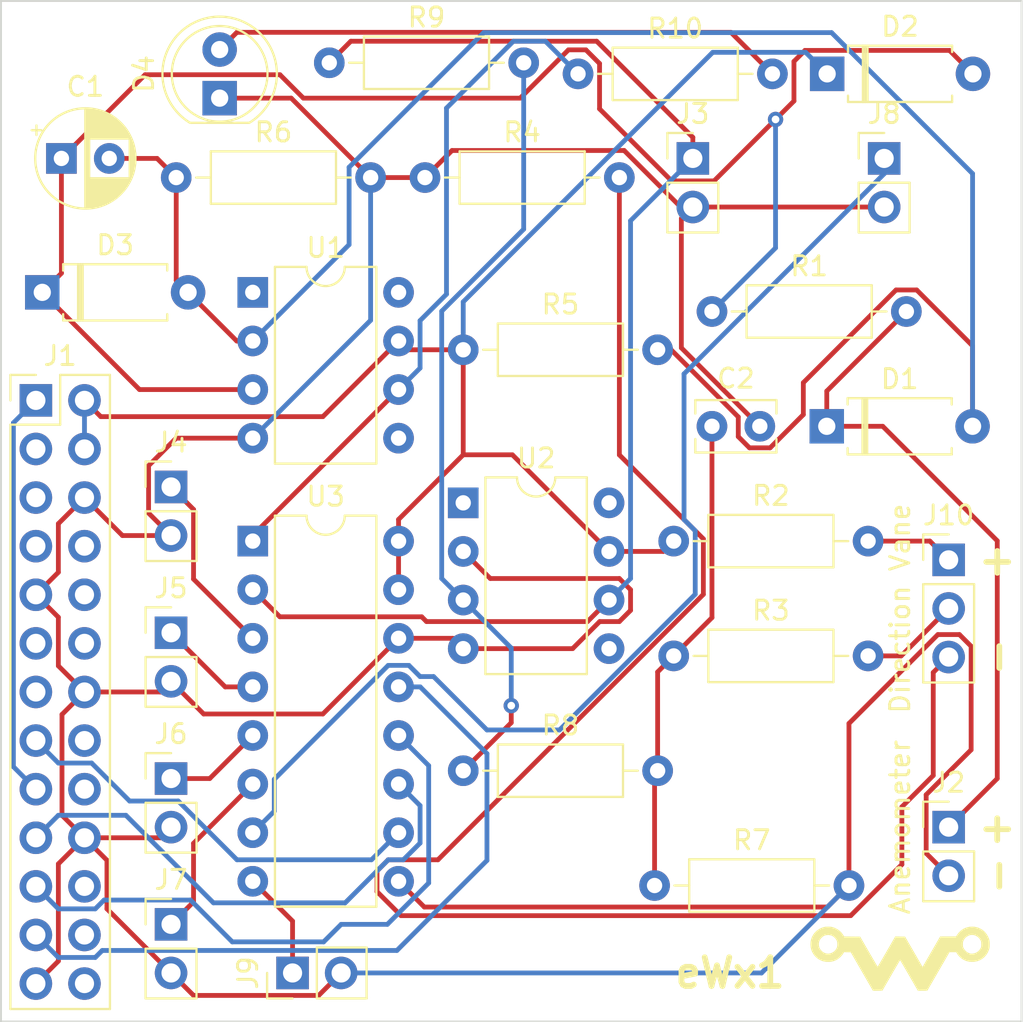
<source format=kicad_pcb>
(kicad_pcb (version 20171130) (host pcbnew 5.1.10)

  (general
    (thickness 1.6)
    (drawings 11)
    (tracks 260)
    (zones 0)
    (modules 30)
    (nets 44)
  )

  (page A4)
  (layers
    (0 F.Cu signal)
    (31 B.Cu signal)
    (32 B.Adhes user)
    (33 F.Adhes user)
    (34 B.Paste user)
    (35 F.Paste user)
    (36 B.SilkS user)
    (37 F.SilkS user)
    (38 B.Mask user)
    (39 F.Mask user)
    (40 Dwgs.User user)
    (41 Cmts.User user)
    (42 Eco1.User user)
    (43 Eco2.User user)
    (44 Edge.Cuts user)
    (45 Margin user)
    (46 B.CrtYd user hide)
    (47 F.CrtYd user)
    (48 B.Fab user)
    (49 F.Fab user hide)
  )

  (setup
    (last_trace_width 0.25)
    (trace_clearance 0.2)
    (zone_clearance 0.508)
    (zone_45_only no)
    (trace_min 0.2)
    (via_size 0.8)
    (via_drill 0.4)
    (via_min_size 0.4)
    (via_min_drill 0.3)
    (uvia_size 0.3)
    (uvia_drill 0.1)
    (uvias_allowed no)
    (uvia_min_size 0.2)
    (uvia_min_drill 0.1)
    (edge_width 0.05)
    (segment_width 0.2)
    (pcb_text_width 0.3)
    (pcb_text_size 1.5 1.5)
    (mod_edge_width 0.12)
    (mod_text_size 1 1)
    (mod_text_width 0.15)
    (pad_size 1.524 1.524)
    (pad_drill 0.762)
    (pad_to_mask_clearance 0)
    (aux_axis_origin 0 0)
    (visible_elements FFFFFF7F)
    (pcbplotparams
      (layerselection 0x010fc_ffffffff)
      (usegerberextensions false)
      (usegerberattributes true)
      (usegerberadvancedattributes true)
      (creategerberjobfile true)
      (excludeedgelayer true)
      (linewidth 0.100000)
      (plotframeref false)
      (viasonmask false)
      (mode 1)
      (useauxorigin false)
      (hpglpennumber 1)
      (hpglpenspeed 20)
      (hpglpendiameter 15.000000)
      (psnegative false)
      (psa4output false)
      (plotreference true)
      (plotvalue true)
      (plotinvisibletext false)
      (padsonsilk false)
      (subtractmaskfromsilk false)
      (outputformat 1)
      (mirror false)
      (drillshape 0)
      (scaleselection 1)
      (outputdirectory "gerbers/"))
  )

  (net 0 "")
  (net 1 "Net-(C1-Pad1)")
  (net 2 "Net-(C1-Pad2)")
  (net 3 "Net-(C2-Pad1)")
  (net 4 GND)
  (net 5 "Net-(D1-Pad1)")
  (net 6 +5V)
  (net 7 "Net-(D4-Pad2)")
  (net 8 +3V3)
  (net 9 "Net-(J1-Pad3)")
  (net 10 "Net-(J1-Pad5)")
  (net 11 "Net-(J1-Pad7)")
  (net 12 "Net-(J1-Pad8)")
  (net 13 "Net-(J1-Pad10)")
  (net 14 "Net-(J1-Pad11)")
  (net 15 "Net-(J1-Pad12)")
  (net 16 "Net-(J1-Pad13)")
  (net 17 /ADC_CS)
  (net 18 "Net-(J1-Pad16)")
  (net 19 "Net-(J1-Pad18)")
  (net 20 /ADC_Din)
  (net 21 /ADC_Dout)
  (net 22 "Net-(J1-Pad22)")
  (net 23 /ADC_CLK)
  (net 24 "Net-(J1-Pad24)")
  (net 25 "Net-(J1-Pad26)")
  (net 26 /CH1)
  (net 27 /CH2)
  (net 28 /CH3)
  (net 29 /CH4)
  (net 30 /CH5)
  (net 31 /CH6)
  (net 32 /CH7)
  (net 33 /Dir+)
  (net 34 /DirInput)
  (net 35 /Dir-)
  (net 36 "Net-(R8-Pad1)")
  (net 37 /CH0)
  (net 38 "Net-(U1-Pad1)")
  (net 39 "Net-(U1-Pad5)")
  (net 40 "Net-(U1-Pad8)")
  (net 41 "Net-(U2-Pad8)")
  (net 42 "Net-(U2-Pad5)")
  (net 43 "Net-(U2-Pad1)")

  (net_class Default "This is the default net class."
    (clearance 0.2)
    (trace_width 0.25)
    (via_dia 0.8)
    (via_drill 0.4)
    (uvia_dia 0.3)
    (uvia_drill 0.1)
    (add_net +3V3)
    (add_net +5V)
    (add_net /ADC_CLK)
    (add_net /ADC_CS)
    (add_net /ADC_Din)
    (add_net /ADC_Dout)
    (add_net /CH0)
    (add_net /CH1)
    (add_net /CH2)
    (add_net /CH3)
    (add_net /CH4)
    (add_net /CH5)
    (add_net /CH6)
    (add_net /CH7)
    (add_net /Dir+)
    (add_net /Dir-)
    (add_net /DirInput)
    (add_net GND)
    (add_net "Net-(C1-Pad1)")
    (add_net "Net-(C1-Pad2)")
    (add_net "Net-(C2-Pad1)")
    (add_net "Net-(D1-Pad1)")
    (add_net "Net-(D4-Pad2)")
    (add_net "Net-(J1-Pad10)")
    (add_net "Net-(J1-Pad11)")
    (add_net "Net-(J1-Pad12)")
    (add_net "Net-(J1-Pad13)")
    (add_net "Net-(J1-Pad16)")
    (add_net "Net-(J1-Pad18)")
    (add_net "Net-(J1-Pad22)")
    (add_net "Net-(J1-Pad24)")
    (add_net "Net-(J1-Pad26)")
    (add_net "Net-(J1-Pad3)")
    (add_net "Net-(J1-Pad5)")
    (add_net "Net-(J1-Pad7)")
    (add_net "Net-(J1-Pad8)")
    (add_net "Net-(R8-Pad1)")
    (add_net "Net-(U1-Pad1)")
    (add_net "Net-(U1-Pad5)")
    (add_net "Net-(U1-Pad8)")
    (add_net "Net-(U2-Pad1)")
    (add_net "Net-(U2-Pad5)")
    (add_net "Net-(U2-Pad8)")
  )

  (module "logodir:mylogo small" (layer F.Cu) (tedit 0) (tstamp 60D4F69C)
    (at 163.83 115.57)
    (fp_text reference G*** (at 0 0) (layer F.SilkS) hide
      (effects (font (size 1.524 1.524) (thickness 0.3)))
    )
    (fp_text value LOGO (at 0.75 0) (layer F.SilkS) hide
      (effects (font (size 1.524 1.524) (thickness 0.3)))
    )
    (fp_poly (pts (xy 3.919558 -2.405074) (xy 4.065099 -2.369852) (xy 4.200317 -2.312786) (xy 4.323354 -2.235218)
      (xy 4.432354 -2.138489) (xy 4.52546 -2.02394) (xy 4.600816 -1.892912) (xy 4.645609 -1.781532)
      (xy 4.659013 -1.738864) (xy 4.668261 -1.700642) (xy 4.674114 -1.660401) (xy 4.677333 -1.611675)
      (xy 4.678678 -1.547999) (xy 4.678905 -1.4986) (xy 4.678619 -1.423715) (xy 4.676997 -1.36781)
      (xy 4.673253 -1.324476) (xy 4.666601 -1.2873) (xy 4.656256 -1.24987) (xy 4.643897 -1.21285)
      (xy 4.581113 -1.067673) (xy 4.500136 -0.939311) (xy 4.402474 -0.828849) (xy 4.289638 -0.737372)
      (xy 4.163138 -0.665965) (xy 4.024484 -0.615712) (xy 3.875186 -0.587698) (xy 3.76555 -0.581902)
      (xy 3.610386 -0.593726) (xy 3.464091 -0.628572) (xy 3.328364 -0.6855) (xy 3.204907 -0.76357)
      (xy 3.095423 -0.861844) (xy 3.001612 -0.97938) (xy 2.977492 -1.017082) (xy 2.93186 -1.092201)
      (xy 2.58445 -1.091685) (xy 2.004174 -0.085468) (xy 1.423898 0.92075) (xy 0.93345 0.927442)
      (xy 0.471811 0.127171) (xy 0.39638 -0.003394) (xy 0.324561 -0.127324) (xy 0.257368 -0.242894)
      (xy 0.195816 -0.348373) (xy 0.140922 -0.442034) (xy 0.093699 -0.522149) (xy 0.055164 -0.586989)
      (xy 0.026332 -0.634826) (xy 0.008218 -0.663932) (xy 0.001911 -0.672684) (xy -0.005621 -0.661888)
      (xy -0.024778 -0.630798) (xy -0.054543 -0.581149) (xy -0.093898 -0.514676) (xy -0.141828 -0.433115)
      (xy -0.197313 -0.3382) (xy -0.259338 -0.231669) (xy -0.326884 -0.115255) (xy -0.398935 0.009306)
      (xy -0.465236 0.124241) (xy -0.924121 0.92075) (xy -1.170086 0.923814) (xy -1.41605 0.926878)
      (xy -2.576284 -1.08585) (xy -2.751817 -1.089239) (xy -2.92735 -1.092627) (xy -2.959555 -1.035393)
      (xy -3.021302 -0.943949) (xy -3.100949 -0.8537) (xy -3.191632 -0.771484) (xy -3.286488 -0.704141)
      (xy -3.300308 -0.695942) (xy -3.426377 -0.637287) (xy -3.56371 -0.598898) (xy -3.707743 -0.581181)
      (xy -3.85391 -0.584537) (xy -3.997647 -0.60937) (xy -4.063049 -0.62857) (xy -4.198123 -0.686371)
      (xy -4.317982 -0.762573) (xy -4.421955 -0.854757) (xy -4.509372 -0.960501) (xy -4.579563 -1.077384)
      (xy -4.631859 -1.202986) (xy -4.665589 -1.334886) (xy -4.680084 -1.470663) (xy -4.678983 -1.4986)
      (xy -4.246607 -1.4986) (xy -4.238679 -1.396757) (xy -4.214377 -1.309844) (xy -4.171377 -1.231633)
      (xy -4.126235 -1.175783) (xy -4.039905 -1.097849) (xy -3.945525 -1.043383) (xy -3.844587 -1.012856)
      (xy -3.73858 -1.006737) (xy -3.64007 -1.022488) (xy -3.546999 -1.056064) (xy -3.465616 -1.106863)
      (xy -3.392166 -1.175783) (xy -3.333694 -1.251693) (xy -3.295828 -1.331406) (xy -3.27623 -1.421208)
      (xy -3.272113 -1.4986) (xy -3.277913 -1.593939) (xy -3.297326 -1.673699) (xy -3.333374 -1.745149)
      (xy -3.389078 -1.815556) (xy -3.415139 -1.842662) (xy -3.48715 -1.906549) (xy -3.557424 -1.949661)
      (xy -3.633153 -1.974998) (xy -3.721526 -1.985565) (xy -3.7592 -1.986332) (xy -3.854135 -1.980508)
      (xy -3.933741 -1.961034) (xy -4.005209 -1.924906) (xy -4.075731 -1.869123) (xy -4.103262 -1.842662)
      (xy -4.167136 -1.770741) (xy -4.210232 -1.700741) (xy -4.23551 -1.625553) (xy -4.245932 -1.538069)
      (xy -4.246607 -1.4986) (xy -4.678983 -1.4986) (xy -4.674673 -1.607897) (xy -4.648687 -1.744166)
      (xy -4.601456 -1.877051) (xy -4.53231 -2.004129) (xy -4.467905 -2.091484) (xy -4.371779 -2.18915)
      (xy -4.258229 -2.273984) (xy -4.133531 -2.342069) (xy -4.00396 -2.389487) (xy -3.9811 -2.395405)
      (xy -3.897693 -2.409395) (xy -3.800098 -2.416027) (xy -3.698439 -2.415303) (xy -3.602838 -2.407221)
      (xy -3.537301 -2.395405) (xy -3.404402 -2.350982) (xy -3.277549 -2.285003) (xy -3.161028 -2.200671)
      (xy -3.059127 -2.101185) (xy -2.97613 -1.989749) (xy -2.961711 -1.965493) (xy -2.927464 -1.905335)
      (xy -2.508977 -1.901993) (xy -2.090491 -1.89865) (xy -1.635854 -1.11127) (xy -1.560933 -0.981704)
      (xy -1.489601 -0.858709) (xy -1.422885 -0.744036) (xy -1.361814 -0.639435) (xy -1.307417 -0.546657)
      (xy -1.260723 -0.467453) (xy -1.222761 -0.403575) (xy -1.194558 -0.356773) (xy -1.177145 -0.328799)
      (xy -1.171634 -0.321135) (xy -1.163888 -0.331406) (xy -1.144536 -0.361985) (xy -1.114599 -0.411142)
      (xy -1.075099 -0.477146) (xy -1.027058 -0.558268) (xy -0.971496 -0.652777) (xy -0.909435 -0.758942)
      (xy -0.841896 -0.875033) (xy -0.7699 -0.999319) (xy -0.704908 -1.111944) (xy -0.247766 -1.905507)
      (xy 0.004643 -1.902079) (xy 0.257052 -1.89865) (xy 0.418648 -1.61925) (xy 0.460298 -1.547216)
      (xy 0.51233 -1.457193) (xy 0.572428 -1.353191) (xy 0.638274 -1.239219) (xy 0.707553 -1.119288)
      (xy 0.777949 -0.997405) (xy 0.847144 -0.877582) (xy 0.878683 -0.822959) (xy 1.177122 -0.306068)
      (xy 1.638464 -1.105534) (xy 1.865287 -1.4986) (xy 3.28295 -1.4986) (xy 3.283571 -1.436208)
      (xy 3.286347 -1.391538) (xy 3.292645 -1.356924) (xy 3.303831 -1.324701) (xy 3.320283 -1.289213)
      (xy 3.37726 -1.20002) (xy 3.452701 -1.122708) (xy 3.541404 -1.061524) (xy 3.638167 -1.020717)
      (xy 3.654373 -1.016281) (xy 3.73047 -1.006614) (xy 3.816729 -1.010998) (xy 3.902976 -1.028267)
      (xy 3.969187 -1.052441) (xy 4.060372 -1.108271) (xy 4.139628 -1.182874) (xy 4.201203 -1.270615)
      (xy 4.210931 -1.289327) (xy 4.227998 -1.326384) (xy 4.23889 -1.358579) (xy 4.24497 -1.39358)
      (xy 4.247602 -1.439054) (xy 4.24815 -1.4986) (xy 4.247528 -1.560993) (xy 4.244752 -1.605663)
      (xy 4.238454 -1.640277) (xy 4.227268 -1.6725) (xy 4.210816 -1.707988) (xy 4.152523 -1.798989)
      (xy 4.07484 -1.877349) (xy 3.982465 -1.938495) (xy 3.965457 -1.946934) (xy 3.920166 -1.967025)
      (xy 3.88239 -1.979152) (xy 3.842437 -1.985274) (xy 3.790618 -1.987351) (xy 3.764891 -1.987487)
      (xy 3.707406 -1.986722) (xy 3.665481 -1.982871) (xy 3.629291 -1.973716) (xy 3.589009 -1.957039)
      (xy 3.552995 -1.939642) (xy 3.457486 -1.880645) (xy 3.381685 -1.806911) (xy 3.322968 -1.715806)
      (xy 3.316097 -1.7018) (xy 3.30067 -1.666296) (xy 3.290881 -1.63337) (xy 3.285495 -1.595453)
      (xy 3.283277 -1.544978) (xy 3.28295 -1.4986) (xy 1.865287 -1.4986) (xy 2.099805 -1.905)
      (xy 2.928119 -1.905) (xy 2.991234 -2.001815) (xy 3.084515 -2.122546) (xy 3.193565 -2.223995)
      (xy 3.316523 -2.305162) (xy 3.451529 -2.36505) (xy 3.596722 -2.402662) (xy 3.750241 -2.416998)
      (xy 3.76555 -2.417113) (xy 3.919558 -2.405074)) (layer F.SilkS) (width 0.01))
  )

  (module Capacitor_THT:CP_Radial_D5.0mm_P2.50mm placed (layer F.Cu) (tedit 5AE50EF0) (tstamp 60D0DACF)
    (at 120 73)
    (descr "CP, Radial series, Radial, pin pitch=2.50mm, , diameter=5mm, Electrolytic Capacitor")
    (tags "CP Radial series Radial pin pitch 2.50mm  diameter 5mm Electrolytic Capacitor")
    (path /60C0C43B)
    (fp_text reference C1 (at 1.25 -3.75) (layer F.SilkS)
      (effects (font (size 1 1) (thickness 0.15)))
    )
    (fp_text value 0.1uF (at 1.25 3.75) (layer F.Fab)
      (effects (font (size 1 1) (thickness 0.15)))
    )
    (fp_line (start -1.304775 -1.725) (end -1.304775 -1.225) (layer F.SilkS) (width 0.12))
    (fp_line (start -1.554775 -1.475) (end -1.054775 -1.475) (layer F.SilkS) (width 0.12))
    (fp_line (start 3.851 -0.284) (end 3.851 0.284) (layer F.SilkS) (width 0.12))
    (fp_line (start 3.811 -0.518) (end 3.811 0.518) (layer F.SilkS) (width 0.12))
    (fp_line (start 3.771 -0.677) (end 3.771 0.677) (layer F.SilkS) (width 0.12))
    (fp_line (start 3.731 -0.805) (end 3.731 0.805) (layer F.SilkS) (width 0.12))
    (fp_line (start 3.691 -0.915) (end 3.691 0.915) (layer F.SilkS) (width 0.12))
    (fp_line (start 3.651 -1.011) (end 3.651 1.011) (layer F.SilkS) (width 0.12))
    (fp_line (start 3.611 -1.098) (end 3.611 1.098) (layer F.SilkS) (width 0.12))
    (fp_line (start 3.571 -1.178) (end 3.571 1.178) (layer F.SilkS) (width 0.12))
    (fp_line (start 3.531 1.04) (end 3.531 1.251) (layer F.SilkS) (width 0.12))
    (fp_line (start 3.531 -1.251) (end 3.531 -1.04) (layer F.SilkS) (width 0.12))
    (fp_line (start 3.491 1.04) (end 3.491 1.319) (layer F.SilkS) (width 0.12))
    (fp_line (start 3.491 -1.319) (end 3.491 -1.04) (layer F.SilkS) (width 0.12))
    (fp_line (start 3.451 1.04) (end 3.451 1.383) (layer F.SilkS) (width 0.12))
    (fp_line (start 3.451 -1.383) (end 3.451 -1.04) (layer F.SilkS) (width 0.12))
    (fp_line (start 3.411 1.04) (end 3.411 1.443) (layer F.SilkS) (width 0.12))
    (fp_line (start 3.411 -1.443) (end 3.411 -1.04) (layer F.SilkS) (width 0.12))
    (fp_line (start 3.371 1.04) (end 3.371 1.5) (layer F.SilkS) (width 0.12))
    (fp_line (start 3.371 -1.5) (end 3.371 -1.04) (layer F.SilkS) (width 0.12))
    (fp_line (start 3.331 1.04) (end 3.331 1.554) (layer F.SilkS) (width 0.12))
    (fp_line (start 3.331 -1.554) (end 3.331 -1.04) (layer F.SilkS) (width 0.12))
    (fp_line (start 3.291 1.04) (end 3.291 1.605) (layer F.SilkS) (width 0.12))
    (fp_line (start 3.291 -1.605) (end 3.291 -1.04) (layer F.SilkS) (width 0.12))
    (fp_line (start 3.251 1.04) (end 3.251 1.653) (layer F.SilkS) (width 0.12))
    (fp_line (start 3.251 -1.653) (end 3.251 -1.04) (layer F.SilkS) (width 0.12))
    (fp_line (start 3.211 1.04) (end 3.211 1.699) (layer F.SilkS) (width 0.12))
    (fp_line (start 3.211 -1.699) (end 3.211 -1.04) (layer F.SilkS) (width 0.12))
    (fp_line (start 3.171 1.04) (end 3.171 1.743) (layer F.SilkS) (width 0.12))
    (fp_line (start 3.171 -1.743) (end 3.171 -1.04) (layer F.SilkS) (width 0.12))
    (fp_line (start 3.131 1.04) (end 3.131 1.785) (layer F.SilkS) (width 0.12))
    (fp_line (start 3.131 -1.785) (end 3.131 -1.04) (layer F.SilkS) (width 0.12))
    (fp_line (start 3.091 1.04) (end 3.091 1.826) (layer F.SilkS) (width 0.12))
    (fp_line (start 3.091 -1.826) (end 3.091 -1.04) (layer F.SilkS) (width 0.12))
    (fp_line (start 3.051 1.04) (end 3.051 1.864) (layer F.SilkS) (width 0.12))
    (fp_line (start 3.051 -1.864) (end 3.051 -1.04) (layer F.SilkS) (width 0.12))
    (fp_line (start 3.011 1.04) (end 3.011 1.901) (layer F.SilkS) (width 0.12))
    (fp_line (start 3.011 -1.901) (end 3.011 -1.04) (layer F.SilkS) (width 0.12))
    (fp_line (start 2.971 1.04) (end 2.971 1.937) (layer F.SilkS) (width 0.12))
    (fp_line (start 2.971 -1.937) (end 2.971 -1.04) (layer F.SilkS) (width 0.12))
    (fp_line (start 2.931 1.04) (end 2.931 1.971) (layer F.SilkS) (width 0.12))
    (fp_line (start 2.931 -1.971) (end 2.931 -1.04) (layer F.SilkS) (width 0.12))
    (fp_line (start 2.891 1.04) (end 2.891 2.004) (layer F.SilkS) (width 0.12))
    (fp_line (start 2.891 -2.004) (end 2.891 -1.04) (layer F.SilkS) (width 0.12))
    (fp_line (start 2.851 1.04) (end 2.851 2.035) (layer F.SilkS) (width 0.12))
    (fp_line (start 2.851 -2.035) (end 2.851 -1.04) (layer F.SilkS) (width 0.12))
    (fp_line (start 2.811 1.04) (end 2.811 2.065) (layer F.SilkS) (width 0.12))
    (fp_line (start 2.811 -2.065) (end 2.811 -1.04) (layer F.SilkS) (width 0.12))
    (fp_line (start 2.771 1.04) (end 2.771 2.095) (layer F.SilkS) (width 0.12))
    (fp_line (start 2.771 -2.095) (end 2.771 -1.04) (layer F.SilkS) (width 0.12))
    (fp_line (start 2.731 1.04) (end 2.731 2.122) (layer F.SilkS) (width 0.12))
    (fp_line (start 2.731 -2.122) (end 2.731 -1.04) (layer F.SilkS) (width 0.12))
    (fp_line (start 2.691 1.04) (end 2.691 2.149) (layer F.SilkS) (width 0.12))
    (fp_line (start 2.691 -2.149) (end 2.691 -1.04) (layer F.SilkS) (width 0.12))
    (fp_line (start 2.651 1.04) (end 2.651 2.175) (layer F.SilkS) (width 0.12))
    (fp_line (start 2.651 -2.175) (end 2.651 -1.04) (layer F.SilkS) (width 0.12))
    (fp_line (start 2.611 1.04) (end 2.611 2.2) (layer F.SilkS) (width 0.12))
    (fp_line (start 2.611 -2.2) (end 2.611 -1.04) (layer F.SilkS) (width 0.12))
    (fp_line (start 2.571 1.04) (end 2.571 2.224) (layer F.SilkS) (width 0.12))
    (fp_line (start 2.571 -2.224) (end 2.571 -1.04) (layer F.SilkS) (width 0.12))
    (fp_line (start 2.531 1.04) (end 2.531 2.247) (layer F.SilkS) (width 0.12))
    (fp_line (start 2.531 -2.247) (end 2.531 -1.04) (layer F.SilkS) (width 0.12))
    (fp_line (start 2.491 1.04) (end 2.491 2.268) (layer F.SilkS) (width 0.12))
    (fp_line (start 2.491 -2.268) (end 2.491 -1.04) (layer F.SilkS) (width 0.12))
    (fp_line (start 2.451 1.04) (end 2.451 2.29) (layer F.SilkS) (width 0.12))
    (fp_line (start 2.451 -2.29) (end 2.451 -1.04) (layer F.SilkS) (width 0.12))
    (fp_line (start 2.411 1.04) (end 2.411 2.31) (layer F.SilkS) (width 0.12))
    (fp_line (start 2.411 -2.31) (end 2.411 -1.04) (layer F.SilkS) (width 0.12))
    (fp_line (start 2.371 1.04) (end 2.371 2.329) (layer F.SilkS) (width 0.12))
    (fp_line (start 2.371 -2.329) (end 2.371 -1.04) (layer F.SilkS) (width 0.12))
    (fp_line (start 2.331 1.04) (end 2.331 2.348) (layer F.SilkS) (width 0.12))
    (fp_line (start 2.331 -2.348) (end 2.331 -1.04) (layer F.SilkS) (width 0.12))
    (fp_line (start 2.291 1.04) (end 2.291 2.365) (layer F.SilkS) (width 0.12))
    (fp_line (start 2.291 -2.365) (end 2.291 -1.04) (layer F.SilkS) (width 0.12))
    (fp_line (start 2.251 1.04) (end 2.251 2.382) (layer F.SilkS) (width 0.12))
    (fp_line (start 2.251 -2.382) (end 2.251 -1.04) (layer F.SilkS) (width 0.12))
    (fp_line (start 2.211 1.04) (end 2.211 2.398) (layer F.SilkS) (width 0.12))
    (fp_line (start 2.211 -2.398) (end 2.211 -1.04) (layer F.SilkS) (width 0.12))
    (fp_line (start 2.171 1.04) (end 2.171 2.414) (layer F.SilkS) (width 0.12))
    (fp_line (start 2.171 -2.414) (end 2.171 -1.04) (layer F.SilkS) (width 0.12))
    (fp_line (start 2.131 1.04) (end 2.131 2.428) (layer F.SilkS) (width 0.12))
    (fp_line (start 2.131 -2.428) (end 2.131 -1.04) (layer F.SilkS) (width 0.12))
    (fp_line (start 2.091 1.04) (end 2.091 2.442) (layer F.SilkS) (width 0.12))
    (fp_line (start 2.091 -2.442) (end 2.091 -1.04) (layer F.SilkS) (width 0.12))
    (fp_line (start 2.051 1.04) (end 2.051 2.455) (layer F.SilkS) (width 0.12))
    (fp_line (start 2.051 -2.455) (end 2.051 -1.04) (layer F.SilkS) (width 0.12))
    (fp_line (start 2.011 1.04) (end 2.011 2.468) (layer F.SilkS) (width 0.12))
    (fp_line (start 2.011 -2.468) (end 2.011 -1.04) (layer F.SilkS) (width 0.12))
    (fp_line (start 1.971 1.04) (end 1.971 2.48) (layer F.SilkS) (width 0.12))
    (fp_line (start 1.971 -2.48) (end 1.971 -1.04) (layer F.SilkS) (width 0.12))
    (fp_line (start 1.93 1.04) (end 1.93 2.491) (layer F.SilkS) (width 0.12))
    (fp_line (start 1.93 -2.491) (end 1.93 -1.04) (layer F.SilkS) (width 0.12))
    (fp_line (start 1.89 1.04) (end 1.89 2.501) (layer F.SilkS) (width 0.12))
    (fp_line (start 1.89 -2.501) (end 1.89 -1.04) (layer F.SilkS) (width 0.12))
    (fp_line (start 1.85 1.04) (end 1.85 2.511) (layer F.SilkS) (width 0.12))
    (fp_line (start 1.85 -2.511) (end 1.85 -1.04) (layer F.SilkS) (width 0.12))
    (fp_line (start 1.81 1.04) (end 1.81 2.52) (layer F.SilkS) (width 0.12))
    (fp_line (start 1.81 -2.52) (end 1.81 -1.04) (layer F.SilkS) (width 0.12))
    (fp_line (start 1.77 1.04) (end 1.77 2.528) (layer F.SilkS) (width 0.12))
    (fp_line (start 1.77 -2.528) (end 1.77 -1.04) (layer F.SilkS) (width 0.12))
    (fp_line (start 1.73 1.04) (end 1.73 2.536) (layer F.SilkS) (width 0.12))
    (fp_line (start 1.73 -2.536) (end 1.73 -1.04) (layer F.SilkS) (width 0.12))
    (fp_line (start 1.69 1.04) (end 1.69 2.543) (layer F.SilkS) (width 0.12))
    (fp_line (start 1.69 -2.543) (end 1.69 -1.04) (layer F.SilkS) (width 0.12))
    (fp_line (start 1.65 1.04) (end 1.65 2.55) (layer F.SilkS) (width 0.12))
    (fp_line (start 1.65 -2.55) (end 1.65 -1.04) (layer F.SilkS) (width 0.12))
    (fp_line (start 1.61 1.04) (end 1.61 2.556) (layer F.SilkS) (width 0.12))
    (fp_line (start 1.61 -2.556) (end 1.61 -1.04) (layer F.SilkS) (width 0.12))
    (fp_line (start 1.57 1.04) (end 1.57 2.561) (layer F.SilkS) (width 0.12))
    (fp_line (start 1.57 -2.561) (end 1.57 -1.04) (layer F.SilkS) (width 0.12))
    (fp_line (start 1.53 1.04) (end 1.53 2.565) (layer F.SilkS) (width 0.12))
    (fp_line (start 1.53 -2.565) (end 1.53 -1.04) (layer F.SilkS) (width 0.12))
    (fp_line (start 1.49 1.04) (end 1.49 2.569) (layer F.SilkS) (width 0.12))
    (fp_line (start 1.49 -2.569) (end 1.49 -1.04) (layer F.SilkS) (width 0.12))
    (fp_line (start 1.45 -2.573) (end 1.45 2.573) (layer F.SilkS) (width 0.12))
    (fp_line (start 1.41 -2.576) (end 1.41 2.576) (layer F.SilkS) (width 0.12))
    (fp_line (start 1.37 -2.578) (end 1.37 2.578) (layer F.SilkS) (width 0.12))
    (fp_line (start 1.33 -2.579) (end 1.33 2.579) (layer F.SilkS) (width 0.12))
    (fp_line (start 1.29 -2.58) (end 1.29 2.58) (layer F.SilkS) (width 0.12))
    (fp_line (start 1.25 -2.58) (end 1.25 2.58) (layer F.SilkS) (width 0.12))
    (fp_line (start -0.633605 -1.3375) (end -0.633605 -0.8375) (layer F.Fab) (width 0.1))
    (fp_line (start -0.883605 -1.0875) (end -0.383605 -1.0875) (layer F.Fab) (width 0.1))
    (fp_circle (center 1.25 0) (end 4 0) (layer F.CrtYd) (width 0.05))
    (fp_circle (center 1.25 0) (end 3.87 0) (layer F.SilkS) (width 0.12))
    (fp_circle (center 1.25 0) (end 3.75 0) (layer F.Fab) (width 0.1))
    (fp_text user %R (at 1.25 0) (layer F.Fab)
      (effects (font (size 1 1) (thickness 0.15)))
    )
    (pad 1 thru_hole rect (at 0 0) (size 1.6 1.6) (drill 0.8) (layers *.Cu *.Mask)
      (net 1 "Net-(C1-Pad1)"))
    (pad 2 thru_hole circle (at 2.5 0) (size 1.6 1.6) (drill 0.8) (layers *.Cu *.Mask)
      (net 2 "Net-(C1-Pad2)"))
    (model ${KISYS3DMOD}/Capacitor_THT.3dshapes/CP_Radial_D5.0mm_P2.50mm.wrl
      (at (xyz 0 0 0))
      (scale (xyz 1 1 1))
      (rotate (xyz 0 0 0))
    )
  )

  (module Capacitor_THT:C_Rect_L4.0mm_W2.5mm_P2.50mm placed (layer F.Cu) (tedit 5AE50EF0) (tstamp 60D0DAE4)
    (at 154 87)
    (descr "C, Rect series, Radial, pin pitch=2.50mm, , length*width=4*2.5mm^2, Capacitor")
    (tags "C Rect series Radial pin pitch 2.50mm  length 4mm width 2.5mm Capacitor")
    (path /60C3ECA5)
    (fp_text reference C2 (at 1.25 -2.5) (layer F.SilkS)
      (effects (font (size 1 1) (thickness 0.15)))
    )
    (fp_text value 100nF (at 1.25 2.5) (layer F.Fab)
      (effects (font (size 1 1) (thickness 0.15)))
    )
    (fp_line (start 3.55 -1.5) (end -1.05 -1.5) (layer F.CrtYd) (width 0.05))
    (fp_line (start 3.55 1.5) (end 3.55 -1.5) (layer F.CrtYd) (width 0.05))
    (fp_line (start -1.05 1.5) (end 3.55 1.5) (layer F.CrtYd) (width 0.05))
    (fp_line (start -1.05 -1.5) (end -1.05 1.5) (layer F.CrtYd) (width 0.05))
    (fp_line (start 3.37 0.665) (end 3.37 1.37) (layer F.SilkS) (width 0.12))
    (fp_line (start 3.37 -1.37) (end 3.37 -0.665) (layer F.SilkS) (width 0.12))
    (fp_line (start -0.87 0.665) (end -0.87 1.37) (layer F.SilkS) (width 0.12))
    (fp_line (start -0.87 -1.37) (end -0.87 -0.665) (layer F.SilkS) (width 0.12))
    (fp_line (start -0.87 1.37) (end 3.37 1.37) (layer F.SilkS) (width 0.12))
    (fp_line (start -0.87 -1.37) (end 3.37 -1.37) (layer F.SilkS) (width 0.12))
    (fp_line (start 3.25 -1.25) (end -0.75 -1.25) (layer F.Fab) (width 0.1))
    (fp_line (start 3.25 1.25) (end 3.25 -1.25) (layer F.Fab) (width 0.1))
    (fp_line (start -0.75 1.25) (end 3.25 1.25) (layer F.Fab) (width 0.1))
    (fp_line (start -0.75 -1.25) (end -0.75 1.25) (layer F.Fab) (width 0.1))
    (fp_text user %R (at 1.25 0) (layer F.Fab)
      (effects (font (size 0.8 0.8) (thickness 0.12)))
    )
    (pad 1 thru_hole circle (at 0 0) (size 1.6 1.6) (drill 0.8) (layers *.Cu *.Mask)
      (net 3 "Net-(C2-Pad1)"))
    (pad 2 thru_hole circle (at 2.5 0) (size 1.6 1.6) (drill 0.8) (layers *.Cu *.Mask)
      (net 4 GND))
    (model ${KISYS3DMOD}/Capacitor_THT.3dshapes/C_Rect_L4.0mm_W2.5mm_P2.50mm.wrl
      (at (xyz 0 0 0))
      (scale (xyz 1 1 1))
      (rotate (xyz 0 0 0))
    )
  )

  (module Diode_THT:D_A-405_P7.62mm_Horizontal placed (layer F.Cu) (tedit 5AE50CD5) (tstamp 60D0DB03)
    (at 160 87)
    (descr "Diode, A-405 series, Axial, Horizontal, pin pitch=7.62mm, , length*diameter=5.2*2.7mm^2, , http://www.diodes.com/_files/packages/A-405.pdf")
    (tags "Diode A-405 series Axial Horizontal pin pitch 7.62mm  length 5.2mm diameter 2.7mm")
    (path /60C0EC04)
    (fp_text reference D1 (at 3.81 -2.47) (layer F.SilkS)
      (effects (font (size 1 1) (thickness 0.15)))
    )
    (fp_text value D_Zener_ALT (at 3.81 2.47) (layer F.Fab)
      (effects (font (size 1 1) (thickness 0.15)))
    )
    (fp_line (start 8.77 -1.6) (end -1.15 -1.6) (layer F.CrtYd) (width 0.05))
    (fp_line (start 8.77 1.6) (end 8.77 -1.6) (layer F.CrtYd) (width 0.05))
    (fp_line (start -1.15 1.6) (end 8.77 1.6) (layer F.CrtYd) (width 0.05))
    (fp_line (start -1.15 -1.6) (end -1.15 1.6) (layer F.CrtYd) (width 0.05))
    (fp_line (start 1.87 -1.47) (end 1.87 1.47) (layer F.SilkS) (width 0.12))
    (fp_line (start 2.11 -1.47) (end 2.11 1.47) (layer F.SilkS) (width 0.12))
    (fp_line (start 1.99 -1.47) (end 1.99 1.47) (layer F.SilkS) (width 0.12))
    (fp_line (start 6.53 1.47) (end 6.53 1.14) (layer F.SilkS) (width 0.12))
    (fp_line (start 1.09 1.47) (end 6.53 1.47) (layer F.SilkS) (width 0.12))
    (fp_line (start 1.09 1.14) (end 1.09 1.47) (layer F.SilkS) (width 0.12))
    (fp_line (start 6.53 -1.47) (end 6.53 -1.14) (layer F.SilkS) (width 0.12))
    (fp_line (start 1.09 -1.47) (end 6.53 -1.47) (layer F.SilkS) (width 0.12))
    (fp_line (start 1.09 -1.14) (end 1.09 -1.47) (layer F.SilkS) (width 0.12))
    (fp_line (start 1.89 -1.35) (end 1.89 1.35) (layer F.Fab) (width 0.1))
    (fp_line (start 2.09 -1.35) (end 2.09 1.35) (layer F.Fab) (width 0.1))
    (fp_line (start 1.99 -1.35) (end 1.99 1.35) (layer F.Fab) (width 0.1))
    (fp_line (start 7.62 0) (end 6.41 0) (layer F.Fab) (width 0.1))
    (fp_line (start 0 0) (end 1.21 0) (layer F.Fab) (width 0.1))
    (fp_line (start 6.41 -1.35) (end 1.21 -1.35) (layer F.Fab) (width 0.1))
    (fp_line (start 6.41 1.35) (end 6.41 -1.35) (layer F.Fab) (width 0.1))
    (fp_line (start 1.21 1.35) (end 6.41 1.35) (layer F.Fab) (width 0.1))
    (fp_line (start 1.21 -1.35) (end 1.21 1.35) (layer F.Fab) (width 0.1))
    (fp_text user %R (at 4.2 0) (layer F.Fab)
      (effects (font (size 1 1) (thickness 0.15)))
    )
    (pad 1 thru_hole rect (at 0 0) (size 1.8 1.8) (drill 0.9) (layers *.Cu *.Mask)
      (net 5 "Net-(D1-Pad1)"))
    (pad 2 thru_hole oval (at 7.62 0) (size 1.8 1.8) (drill 0.9) (layers *.Cu *.Mask)
      (net 2 "Net-(C1-Pad2)"))
    (model ${KISYS3DMOD}/Diode_THT.3dshapes/D_A-405_P7.62mm_Horizontal.wrl
      (at (xyz 0 0 0))
      (scale (xyz 1 1 1))
      (rotate (xyz 0 0 0))
    )
  )

  (module Diode_THT:D_A-405_P7.62mm_Horizontal placed (layer F.Cu) (tedit 5AE50CD5) (tstamp 60D0DB22)
    (at 160.02 68.58)
    (descr "Diode, A-405 series, Axial, Horizontal, pin pitch=7.62mm, , length*diameter=5.2*2.7mm^2, , http://www.diodes.com/_files/packages/A-405.pdf")
    (tags "Diode A-405 series Axial Horizontal pin pitch 7.62mm  length 5.2mm diameter 2.7mm")
    (path /60C1E2E9)
    (fp_text reference D2 (at 3.81 -2.47) (layer F.SilkS)
      (effects (font (size 1 1) (thickness 0.15)))
    )
    (fp_text value D (at 3.81 2.47) (layer F.Fab)
      (effects (font (size 1 1) (thickness 0.15)))
    )
    (fp_line (start 8.77 -1.6) (end -1.15 -1.6) (layer F.CrtYd) (width 0.05))
    (fp_line (start 8.77 1.6) (end 8.77 -1.6) (layer F.CrtYd) (width 0.05))
    (fp_line (start -1.15 1.6) (end 8.77 1.6) (layer F.CrtYd) (width 0.05))
    (fp_line (start -1.15 -1.6) (end -1.15 1.6) (layer F.CrtYd) (width 0.05))
    (fp_line (start 1.87 -1.47) (end 1.87 1.47) (layer F.SilkS) (width 0.12))
    (fp_line (start 2.11 -1.47) (end 2.11 1.47) (layer F.SilkS) (width 0.12))
    (fp_line (start 1.99 -1.47) (end 1.99 1.47) (layer F.SilkS) (width 0.12))
    (fp_line (start 6.53 1.47) (end 6.53 1.14) (layer F.SilkS) (width 0.12))
    (fp_line (start 1.09 1.47) (end 6.53 1.47) (layer F.SilkS) (width 0.12))
    (fp_line (start 1.09 1.14) (end 1.09 1.47) (layer F.SilkS) (width 0.12))
    (fp_line (start 6.53 -1.47) (end 6.53 -1.14) (layer F.SilkS) (width 0.12))
    (fp_line (start 1.09 -1.47) (end 6.53 -1.47) (layer F.SilkS) (width 0.12))
    (fp_line (start 1.09 -1.14) (end 1.09 -1.47) (layer F.SilkS) (width 0.12))
    (fp_line (start 1.89 -1.35) (end 1.89 1.35) (layer F.Fab) (width 0.1))
    (fp_line (start 2.09 -1.35) (end 2.09 1.35) (layer F.Fab) (width 0.1))
    (fp_line (start 1.99 -1.35) (end 1.99 1.35) (layer F.Fab) (width 0.1))
    (fp_line (start 7.62 0) (end 6.41 0) (layer F.Fab) (width 0.1))
    (fp_line (start 0 0) (end 1.21 0) (layer F.Fab) (width 0.1))
    (fp_line (start 6.41 -1.35) (end 1.21 -1.35) (layer F.Fab) (width 0.1))
    (fp_line (start 6.41 1.35) (end 6.41 -1.35) (layer F.Fab) (width 0.1))
    (fp_line (start 1.21 1.35) (end 6.41 1.35) (layer F.Fab) (width 0.1))
    (fp_line (start 1.21 -1.35) (end 1.21 1.35) (layer F.Fab) (width 0.1))
    (fp_text user %R (at 4.2 0) (layer F.Fab)
      (effects (font (size 1 1) (thickness 0.15)))
    )
    (pad 1 thru_hole rect (at 0 0) (size 1.8 1.8) (drill 0.9) (layers *.Cu *.Mask)
      (net 6 +5V))
    (pad 2 thru_hole oval (at 7.62 0) (size 1.8 1.8) (drill 0.9) (layers *.Cu *.Mask)
      (net 1 "Net-(C1-Pad1)"))
    (model ${KISYS3DMOD}/Diode_THT.3dshapes/D_A-405_P7.62mm_Horizontal.wrl
      (at (xyz 0 0 0))
      (scale (xyz 1 1 1))
      (rotate (xyz 0 0 0))
    )
  )

  (module Diode_THT:D_A-405_P7.62mm_Horizontal placed (layer F.Cu) (tedit 5AE50CD5) (tstamp 60D0DB41)
    (at 119 80)
    (descr "Diode, A-405 series, Axial, Horizontal, pin pitch=7.62mm, , length*diameter=5.2*2.7mm^2, , http://www.diodes.com/_files/packages/A-405.pdf")
    (tags "Diode A-405 series Axial Horizontal pin pitch 7.62mm  length 5.2mm diameter 2.7mm")
    (path /60C1D940)
    (fp_text reference D3 (at 3.81 -2.47) (layer F.SilkS)
      (effects (font (size 1 1) (thickness 0.15)))
    )
    (fp_text value D (at 3.81 2.47) (layer F.Fab)
      (effects (font (size 1 1) (thickness 0.15)))
    )
    (fp_line (start 1.21 -1.35) (end 1.21 1.35) (layer F.Fab) (width 0.1))
    (fp_line (start 1.21 1.35) (end 6.41 1.35) (layer F.Fab) (width 0.1))
    (fp_line (start 6.41 1.35) (end 6.41 -1.35) (layer F.Fab) (width 0.1))
    (fp_line (start 6.41 -1.35) (end 1.21 -1.35) (layer F.Fab) (width 0.1))
    (fp_line (start 0 0) (end 1.21 0) (layer F.Fab) (width 0.1))
    (fp_line (start 7.62 0) (end 6.41 0) (layer F.Fab) (width 0.1))
    (fp_line (start 1.99 -1.35) (end 1.99 1.35) (layer F.Fab) (width 0.1))
    (fp_line (start 2.09 -1.35) (end 2.09 1.35) (layer F.Fab) (width 0.1))
    (fp_line (start 1.89 -1.35) (end 1.89 1.35) (layer F.Fab) (width 0.1))
    (fp_line (start 1.09 -1.14) (end 1.09 -1.47) (layer F.SilkS) (width 0.12))
    (fp_line (start 1.09 -1.47) (end 6.53 -1.47) (layer F.SilkS) (width 0.12))
    (fp_line (start 6.53 -1.47) (end 6.53 -1.14) (layer F.SilkS) (width 0.12))
    (fp_line (start 1.09 1.14) (end 1.09 1.47) (layer F.SilkS) (width 0.12))
    (fp_line (start 1.09 1.47) (end 6.53 1.47) (layer F.SilkS) (width 0.12))
    (fp_line (start 6.53 1.47) (end 6.53 1.14) (layer F.SilkS) (width 0.12))
    (fp_line (start 1.99 -1.47) (end 1.99 1.47) (layer F.SilkS) (width 0.12))
    (fp_line (start 2.11 -1.47) (end 2.11 1.47) (layer F.SilkS) (width 0.12))
    (fp_line (start 1.87 -1.47) (end 1.87 1.47) (layer F.SilkS) (width 0.12))
    (fp_line (start -1.15 -1.6) (end -1.15 1.6) (layer F.CrtYd) (width 0.05))
    (fp_line (start -1.15 1.6) (end 8.77 1.6) (layer F.CrtYd) (width 0.05))
    (fp_line (start 8.77 1.6) (end 8.77 -1.6) (layer F.CrtYd) (width 0.05))
    (fp_line (start 8.77 -1.6) (end -1.15 -1.6) (layer F.CrtYd) (width 0.05))
    (fp_text user %R (at 4.2 0) (layer F.Fab)
      (effects (font (size 1 1) (thickness 0.15)))
    )
    (pad 2 thru_hole oval (at 7.62 0) (size 1.8 1.8) (drill 0.9) (layers *.Cu *.Mask)
      (net 2 "Net-(C1-Pad2)"))
    (pad 1 thru_hole rect (at 0 0) (size 1.8 1.8) (drill 0.9) (layers *.Cu *.Mask)
      (net 1 "Net-(C1-Pad1)"))
    (model ${KISYS3DMOD}/Diode_THT.3dshapes/D_A-405_P7.62mm_Horizontal.wrl
      (at (xyz 0 0 0))
      (scale (xyz 1 1 1))
      (rotate (xyz 0 0 0))
    )
  )

  (module LED_THT:LED_D5.0mm placed (layer F.Cu) (tedit 5995936A) (tstamp 60D0DB53)
    (at 128.27 69.85 90)
    (descr "LED, diameter 5.0mm, 2 pins, http://cdn-reichelt.de/documents/datenblatt/A500/LL-504BC2E-009.pdf")
    (tags "LED diameter 5.0mm 2 pins")
    (path /60C67BF7)
    (fp_text reference D4 (at 1.27 -3.96 90) (layer F.SilkS)
      (effects (font (size 1 1) (thickness 0.15)))
    )
    (fp_text value LED (at 1.27 3.96 90) (layer F.Fab)
      (effects (font (size 1 1) (thickness 0.15)))
    )
    (fp_line (start 4.5 -3.25) (end -1.95 -3.25) (layer F.CrtYd) (width 0.05))
    (fp_line (start 4.5 3.25) (end 4.5 -3.25) (layer F.CrtYd) (width 0.05))
    (fp_line (start -1.95 3.25) (end 4.5 3.25) (layer F.CrtYd) (width 0.05))
    (fp_line (start -1.95 -3.25) (end -1.95 3.25) (layer F.CrtYd) (width 0.05))
    (fp_line (start -1.29 -1.545) (end -1.29 1.545) (layer F.SilkS) (width 0.12))
    (fp_line (start -1.23 -1.469694) (end -1.23 1.469694) (layer F.Fab) (width 0.1))
    (fp_circle (center 1.27 0) (end 3.77 0) (layer F.SilkS) (width 0.12))
    (fp_circle (center 1.27 0) (end 3.77 0) (layer F.Fab) (width 0.1))
    (fp_arc (start 1.27 0) (end -1.23 -1.469694) (angle 299.1) (layer F.Fab) (width 0.1))
    (fp_arc (start 1.27 0) (end -1.29 -1.54483) (angle 148.9) (layer F.SilkS) (width 0.12))
    (fp_arc (start 1.27 0) (end -1.29 1.54483) (angle -148.9) (layer F.SilkS) (width 0.12))
    (fp_text user %R (at 1.25 0 90) (layer F.Fab)
      (effects (font (size 0.8 0.8) (thickness 0.2)))
    )
    (pad 1 thru_hole rect (at 0 0 90) (size 1.8 1.8) (drill 0.9) (layers *.Cu *.Mask)
      (net 4 GND))
    (pad 2 thru_hole circle (at 2.54 0 90) (size 1.8 1.8) (drill 0.9) (layers *.Cu *.Mask)
      (net 7 "Net-(D4-Pad2)"))
    (model ${KISYS3DMOD}/LED_THT.3dshapes/LED_D5.0mm.wrl
      (at (xyz 0 0 0))
      (scale (xyz 1 1 1))
      (rotate (xyz 0 0 0))
    )
  )

  (module Connector_PinHeader_2.54mm:PinHeader_2x13_P2.54mm_Vertical (layer F.Cu) (tedit 59FED5CC) (tstamp 60D0DB83)
    (at 118.665001 85.645001)
    (descr "Through hole straight pin header, 2x13, 2.54mm pitch, double rows")
    (tags "Through hole pin header THT 2x13 2.54mm double row")
    (path /60FB768E)
    (fp_text reference J1 (at 1.27 -2.33) (layer F.SilkS)
      (effects (font (size 1 1) (thickness 0.15)))
    )
    (fp_text value Conn_02x13_Odd_Even (at 1.27 32.81) (layer F.Fab)
      (effects (font (size 1 1) (thickness 0.15)))
    )
    (fp_line (start 4.35 -1.8) (end -1.8 -1.8) (layer F.CrtYd) (width 0.05))
    (fp_line (start 4.35 32.25) (end 4.35 -1.8) (layer F.CrtYd) (width 0.05))
    (fp_line (start -1.8 32.25) (end 4.35 32.25) (layer F.CrtYd) (width 0.05))
    (fp_line (start -1.8 -1.8) (end -1.8 32.25) (layer F.CrtYd) (width 0.05))
    (fp_line (start -1.33 -1.33) (end 0 -1.33) (layer F.SilkS) (width 0.12))
    (fp_line (start -1.33 0) (end -1.33 -1.33) (layer F.SilkS) (width 0.12))
    (fp_line (start 1.27 -1.33) (end 3.87 -1.33) (layer F.SilkS) (width 0.12))
    (fp_line (start 1.27 1.27) (end 1.27 -1.33) (layer F.SilkS) (width 0.12))
    (fp_line (start -1.33 1.27) (end 1.27 1.27) (layer F.SilkS) (width 0.12))
    (fp_line (start 3.87 -1.33) (end 3.87 31.81) (layer F.SilkS) (width 0.12))
    (fp_line (start -1.33 1.27) (end -1.33 31.81) (layer F.SilkS) (width 0.12))
    (fp_line (start -1.33 31.81) (end 3.87 31.81) (layer F.SilkS) (width 0.12))
    (fp_line (start -1.27 0) (end 0 -1.27) (layer F.Fab) (width 0.1))
    (fp_line (start -1.27 31.75) (end -1.27 0) (layer F.Fab) (width 0.1))
    (fp_line (start 3.81 31.75) (end -1.27 31.75) (layer F.Fab) (width 0.1))
    (fp_line (start 3.81 -1.27) (end 3.81 31.75) (layer F.Fab) (width 0.1))
    (fp_line (start 0 -1.27) (end 3.81 -1.27) (layer F.Fab) (width 0.1))
    (fp_text user %R (at 1.27 15.24 90) (layer F.Fab)
      (effects (font (size 1 1) (thickness 0.15)))
    )
    (pad 1 thru_hole rect (at 0 0) (size 1.7 1.7) (drill 1) (layers *.Cu *.Mask)
      (net 8 +3V3))
    (pad 2 thru_hole oval (at 2.54 0) (size 1.7 1.7) (drill 1) (layers *.Cu *.Mask)
      (net 6 +5V))
    (pad 3 thru_hole oval (at 0 2.54) (size 1.7 1.7) (drill 1) (layers *.Cu *.Mask)
      (net 9 "Net-(J1-Pad3)"))
    (pad 4 thru_hole oval (at 2.54 2.54) (size 1.7 1.7) (drill 1) (layers *.Cu *.Mask)
      (net 6 +5V))
    (pad 5 thru_hole oval (at 0 5.08) (size 1.7 1.7) (drill 1) (layers *.Cu *.Mask)
      (net 10 "Net-(J1-Pad5)"))
    (pad 6 thru_hole oval (at 2.54 5.08) (size 1.7 1.7) (drill 1) (layers *.Cu *.Mask)
      (net 4 GND))
    (pad 7 thru_hole oval (at 0 7.62) (size 1.7 1.7) (drill 1) (layers *.Cu *.Mask)
      (net 11 "Net-(J1-Pad7)"))
    (pad 8 thru_hole oval (at 2.54 7.62) (size 1.7 1.7) (drill 1) (layers *.Cu *.Mask)
      (net 12 "Net-(J1-Pad8)"))
    (pad 9 thru_hole oval (at 0 10.16) (size 1.7 1.7) (drill 1) (layers *.Cu *.Mask)
      (net 4 GND))
    (pad 10 thru_hole oval (at 2.54 10.16) (size 1.7 1.7) (drill 1) (layers *.Cu *.Mask)
      (net 13 "Net-(J1-Pad10)"))
    (pad 11 thru_hole oval (at 0 12.7) (size 1.7 1.7) (drill 1) (layers *.Cu *.Mask)
      (net 14 "Net-(J1-Pad11)"))
    (pad 12 thru_hole oval (at 2.54 12.7) (size 1.7 1.7) (drill 1) (layers *.Cu *.Mask)
      (net 15 "Net-(J1-Pad12)"))
    (pad 13 thru_hole oval (at 0 15.24) (size 1.7 1.7) (drill 1) (layers *.Cu *.Mask)
      (net 16 "Net-(J1-Pad13)"))
    (pad 14 thru_hole oval (at 2.54 15.24) (size 1.7 1.7) (drill 1) (layers *.Cu *.Mask)
      (net 4 GND))
    (pad 15 thru_hole oval (at 0 17.78) (size 1.7 1.7) (drill 1) (layers *.Cu *.Mask)
      (net 17 /ADC_CS))
    (pad 16 thru_hole oval (at 2.54 17.78) (size 1.7 1.7) (drill 1) (layers *.Cu *.Mask)
      (net 18 "Net-(J1-Pad16)"))
    (pad 17 thru_hole oval (at 0 20.32) (size 1.7 1.7) (drill 1) (layers *.Cu *.Mask)
      (net 8 +3V3))
    (pad 18 thru_hole oval (at 2.54 20.32) (size 1.7 1.7) (drill 1) (layers *.Cu *.Mask)
      (net 19 "Net-(J1-Pad18)"))
    (pad 19 thru_hole oval (at 0 22.86) (size 1.7 1.7) (drill 1) (layers *.Cu *.Mask)
      (net 20 /ADC_Din))
    (pad 20 thru_hole oval (at 2.54 22.86) (size 1.7 1.7) (drill 1) (layers *.Cu *.Mask)
      (net 4 GND))
    (pad 21 thru_hole oval (at 0 25.4) (size 1.7 1.7) (drill 1) (layers *.Cu *.Mask)
      (net 21 /ADC_Dout))
    (pad 22 thru_hole oval (at 2.54 25.4) (size 1.7 1.7) (drill 1) (layers *.Cu *.Mask)
      (net 22 "Net-(J1-Pad22)"))
    (pad 23 thru_hole oval (at 0 27.94) (size 1.7 1.7) (drill 1) (layers *.Cu *.Mask)
      (net 23 /ADC_CLK))
    (pad 24 thru_hole oval (at 2.54 27.94) (size 1.7 1.7) (drill 1) (layers *.Cu *.Mask)
      (net 24 "Net-(J1-Pad24)"))
    (pad 25 thru_hole oval (at 0 30.48) (size 1.7 1.7) (drill 1) (layers *.Cu *.Mask)
      (net 4 GND))
    (pad 26 thru_hole oval (at 2.54 30.48) (size 1.7 1.7) (drill 1) (layers *.Cu *.Mask)
      (net 25 "Net-(J1-Pad26)"))
    (model ${KISYS3DMOD}/Connector_PinHeader_2.54mm.3dshapes/PinHeader_2x13_P2.54mm_Vertical.wrl
      (at (xyz 0 0 0))
      (scale (xyz 1 1 1))
      (rotate (xyz 0 0 0))
    )
  )

  (module Connector_PinHeader_2.54mm:PinHeader_1x02_P2.54mm_Vertical placed (layer F.Cu) (tedit 59FED5CC) (tstamp 60D0DB99)
    (at 166.37 107.95)
    (descr "Through hole straight pin header, 1x02, 2.54mm pitch, single row")
    (tags "Through hole pin header THT 1x02 2.54mm single row")
    (path /60ED3629)
    (fp_text reference J2 (at 0 -2.33) (layer F.SilkS)
      (effects (font (size 1 1) (thickness 0.15)))
    )
    (fp_text value Conn_01x02_Male (at 0 4.87) (layer F.Fab)
      (effects (font (size 1 1) (thickness 0.15)))
    )
    (fp_line (start -0.635 -1.27) (end 1.27 -1.27) (layer F.Fab) (width 0.1))
    (fp_line (start 1.27 -1.27) (end 1.27 3.81) (layer F.Fab) (width 0.1))
    (fp_line (start 1.27 3.81) (end -1.27 3.81) (layer F.Fab) (width 0.1))
    (fp_line (start -1.27 3.81) (end -1.27 -0.635) (layer F.Fab) (width 0.1))
    (fp_line (start -1.27 -0.635) (end -0.635 -1.27) (layer F.Fab) (width 0.1))
    (fp_line (start -1.33 3.87) (end 1.33 3.87) (layer F.SilkS) (width 0.12))
    (fp_line (start -1.33 1.27) (end -1.33 3.87) (layer F.SilkS) (width 0.12))
    (fp_line (start 1.33 1.27) (end 1.33 3.87) (layer F.SilkS) (width 0.12))
    (fp_line (start -1.33 1.27) (end 1.33 1.27) (layer F.SilkS) (width 0.12))
    (fp_line (start -1.33 0) (end -1.33 -1.33) (layer F.SilkS) (width 0.12))
    (fp_line (start -1.33 -1.33) (end 0 -1.33) (layer F.SilkS) (width 0.12))
    (fp_line (start -1.8 -1.8) (end -1.8 4.35) (layer F.CrtYd) (width 0.05))
    (fp_line (start -1.8 4.35) (end 1.8 4.35) (layer F.CrtYd) (width 0.05))
    (fp_line (start 1.8 4.35) (end 1.8 -1.8) (layer F.CrtYd) (width 0.05))
    (fp_line (start 1.8 -1.8) (end -1.8 -1.8) (layer F.CrtYd) (width 0.05))
    (fp_text user %R (at 0 1.27 90) (layer F.Fab)
      (effects (font (size 1 1) (thickness 0.15)))
    )
    (pad 2 thru_hole oval (at 0 2.54) (size 1.7 1.7) (drill 1) (layers *.Cu *.Mask)
      (net 4 GND))
    (pad 1 thru_hole rect (at 0 0) (size 1.7 1.7) (drill 1) (layers *.Cu *.Mask)
      (net 5 "Net-(D1-Pad1)"))
    (model ${KISYS3DMOD}/Connector_PinHeader_2.54mm.3dshapes/PinHeader_1x02_P2.54mm_Vertical.wrl
      (at (xyz 0 0 0))
      (scale (xyz 1 1 1))
      (rotate (xyz 0 0 0))
    )
  )

  (module Connector_PinHeader_2.54mm:PinHeader_1x02_P2.54mm_Vertical placed (layer F.Cu) (tedit 59FED5CC) (tstamp 60D0DBAF)
    (at 153 73)
    (descr "Through hole straight pin header, 1x02, 2.54mm pitch, single row")
    (tags "Through hole pin header THT 1x02 2.54mm single row")
    (path /60E0577A)
    (fp_text reference J3 (at 0 -2.33) (layer F.SilkS)
      (effects (font (size 1 1) (thickness 0.15)))
    )
    (fp_text value Conn_01x02_Male (at 0 4.87) (layer F.Fab)
      (effects (font (size 1 1) (thickness 0.15)))
    )
    (fp_line (start 1.8 -1.8) (end -1.8 -1.8) (layer F.CrtYd) (width 0.05))
    (fp_line (start 1.8 4.35) (end 1.8 -1.8) (layer F.CrtYd) (width 0.05))
    (fp_line (start -1.8 4.35) (end 1.8 4.35) (layer F.CrtYd) (width 0.05))
    (fp_line (start -1.8 -1.8) (end -1.8 4.35) (layer F.CrtYd) (width 0.05))
    (fp_line (start -1.33 -1.33) (end 0 -1.33) (layer F.SilkS) (width 0.12))
    (fp_line (start -1.33 0) (end -1.33 -1.33) (layer F.SilkS) (width 0.12))
    (fp_line (start -1.33 1.27) (end 1.33 1.27) (layer F.SilkS) (width 0.12))
    (fp_line (start 1.33 1.27) (end 1.33 3.87) (layer F.SilkS) (width 0.12))
    (fp_line (start -1.33 1.27) (end -1.33 3.87) (layer F.SilkS) (width 0.12))
    (fp_line (start -1.33 3.87) (end 1.33 3.87) (layer F.SilkS) (width 0.12))
    (fp_line (start -1.27 -0.635) (end -0.635 -1.27) (layer F.Fab) (width 0.1))
    (fp_line (start -1.27 3.81) (end -1.27 -0.635) (layer F.Fab) (width 0.1))
    (fp_line (start 1.27 3.81) (end -1.27 3.81) (layer F.Fab) (width 0.1))
    (fp_line (start 1.27 -1.27) (end 1.27 3.81) (layer F.Fab) (width 0.1))
    (fp_line (start -0.635 -1.27) (end 1.27 -1.27) (layer F.Fab) (width 0.1))
    (fp_text user %R (at 0 1.304999 90) (layer F.Fab)
      (effects (font (size 1 1) (thickness 0.15)))
    )
    (pad 1 thru_hole rect (at 0 0) (size 1.7 1.7) (drill 1) (layers *.Cu *.Mask)
      (net 26 /CH1))
    (pad 2 thru_hole oval (at 0 2.54) (size 1.7 1.7) (drill 1) (layers *.Cu *.Mask)
      (net 4 GND))
    (model ${KISYS3DMOD}/Connector_PinHeader_2.54mm.3dshapes/PinHeader_1x02_P2.54mm_Vertical.wrl
      (at (xyz 0 0 0))
      (scale (xyz 1 1 1))
      (rotate (xyz 0 0 0))
    )
  )

  (module Connector_PinHeader_2.54mm:PinHeader_1x02_P2.54mm_Vertical placed (layer F.Cu) (tedit 59FED5CC) (tstamp 60D0DBC5)
    (at 125.73 90.17)
    (descr "Through hole straight pin header, 1x02, 2.54mm pitch, single row")
    (tags "Through hole pin header THT 1x02 2.54mm single row")
    (path /60E043AF)
    (fp_text reference J4 (at 0 -2.33) (layer F.SilkS)
      (effects (font (size 1 1) (thickness 0.15)))
    )
    (fp_text value Conn_01x02_Male (at 0 4.87) (layer F.Fab)
      (effects (font (size 1 1) (thickness 0.15)))
    )
    (fp_line (start -0.635 -1.27) (end 1.27 -1.27) (layer F.Fab) (width 0.1))
    (fp_line (start 1.27 -1.27) (end 1.27 3.81) (layer F.Fab) (width 0.1))
    (fp_line (start 1.27 3.81) (end -1.27 3.81) (layer F.Fab) (width 0.1))
    (fp_line (start -1.27 3.81) (end -1.27 -0.635) (layer F.Fab) (width 0.1))
    (fp_line (start -1.27 -0.635) (end -0.635 -1.27) (layer F.Fab) (width 0.1))
    (fp_line (start -1.33 3.87) (end 1.33 3.87) (layer F.SilkS) (width 0.12))
    (fp_line (start -1.33 1.27) (end -1.33 3.87) (layer F.SilkS) (width 0.12))
    (fp_line (start 1.33 1.27) (end 1.33 3.87) (layer F.SilkS) (width 0.12))
    (fp_line (start -1.33 1.27) (end 1.33 1.27) (layer F.SilkS) (width 0.12))
    (fp_line (start -1.33 0) (end -1.33 -1.33) (layer F.SilkS) (width 0.12))
    (fp_line (start -1.33 -1.33) (end 0 -1.33) (layer F.SilkS) (width 0.12))
    (fp_line (start -1.8 -1.8) (end -1.8 4.35) (layer F.CrtYd) (width 0.05))
    (fp_line (start -1.8 4.35) (end 1.8 4.35) (layer F.CrtYd) (width 0.05))
    (fp_line (start 1.8 4.35) (end 1.8 -1.8) (layer F.CrtYd) (width 0.05))
    (fp_line (start 1.8 -1.8) (end -1.8 -1.8) (layer F.CrtYd) (width 0.05))
    (fp_text user %R (at 0 1.27 90) (layer F.Fab)
      (effects (font (size 1 1) (thickness 0.15)))
    )
    (pad 2 thru_hole oval (at 0 2.54) (size 1.7 1.7) (drill 1) (layers *.Cu *.Mask)
      (net 4 GND))
    (pad 1 thru_hole rect (at 0 0) (size 1.7 1.7) (drill 1) (layers *.Cu *.Mask)
      (net 27 /CH2))
    (model ${KISYS3DMOD}/Connector_PinHeader_2.54mm.3dshapes/PinHeader_1x02_P2.54mm_Vertical.wrl
      (at (xyz 0 0 0))
      (scale (xyz 1 1 1))
      (rotate (xyz 0 0 0))
    )
  )

  (module Connector_PinHeader_2.54mm:PinHeader_1x02_P2.54mm_Vertical placed (layer F.Cu) (tedit 59FED5CC) (tstamp 60D0DBDB)
    (at 125.73 97.79)
    (descr "Through hole straight pin header, 1x02, 2.54mm pitch, single row")
    (tags "Through hole pin header THT 1x02 2.54mm single row")
    (path /60E03DD4)
    (fp_text reference J5 (at 0 -2.33) (layer F.SilkS)
      (effects (font (size 1 1) (thickness 0.15)))
    )
    (fp_text value Conn_01x02_Male (at 0 4.87) (layer F.Fab)
      (effects (font (size 1 1) (thickness 0.15)))
    )
    (fp_line (start 1.8 -1.8) (end -1.8 -1.8) (layer F.CrtYd) (width 0.05))
    (fp_line (start 1.8 4.35) (end 1.8 -1.8) (layer F.CrtYd) (width 0.05))
    (fp_line (start -1.8 4.35) (end 1.8 4.35) (layer F.CrtYd) (width 0.05))
    (fp_line (start -1.8 -1.8) (end -1.8 4.35) (layer F.CrtYd) (width 0.05))
    (fp_line (start -1.33 -1.33) (end 0 -1.33) (layer F.SilkS) (width 0.12))
    (fp_line (start -1.33 0) (end -1.33 -1.33) (layer F.SilkS) (width 0.12))
    (fp_line (start -1.33 1.27) (end 1.33 1.27) (layer F.SilkS) (width 0.12))
    (fp_line (start 1.33 1.27) (end 1.33 3.87) (layer F.SilkS) (width 0.12))
    (fp_line (start -1.33 1.27) (end -1.33 3.87) (layer F.SilkS) (width 0.12))
    (fp_line (start -1.33 3.87) (end 1.33 3.87) (layer F.SilkS) (width 0.12))
    (fp_line (start -1.27 -0.635) (end -0.635 -1.27) (layer F.Fab) (width 0.1))
    (fp_line (start -1.27 3.81) (end -1.27 -0.635) (layer F.Fab) (width 0.1))
    (fp_line (start 1.27 3.81) (end -1.27 3.81) (layer F.Fab) (width 0.1))
    (fp_line (start 1.27 -1.27) (end 1.27 3.81) (layer F.Fab) (width 0.1))
    (fp_line (start -0.635 -1.27) (end 1.27 -1.27) (layer F.Fab) (width 0.1))
    (fp_text user %R (at 0 1.27 90) (layer F.Fab)
      (effects (font (size 1 1) (thickness 0.15)))
    )
    (pad 1 thru_hole rect (at 0 0) (size 1.7 1.7) (drill 1) (layers *.Cu *.Mask)
      (net 28 /CH3))
    (pad 2 thru_hole oval (at 0 2.54) (size 1.7 1.7) (drill 1) (layers *.Cu *.Mask)
      (net 4 GND))
    (model ${KISYS3DMOD}/Connector_PinHeader_2.54mm.3dshapes/PinHeader_1x02_P2.54mm_Vertical.wrl
      (at (xyz 0 0 0))
      (scale (xyz 1 1 1))
      (rotate (xyz 0 0 0))
    )
  )

  (module Connector_PinHeader_2.54mm:PinHeader_1x02_P2.54mm_Vertical placed (layer F.Cu) (tedit 59FED5CC) (tstamp 60D0DBF1)
    (at 125.73 105.41)
    (descr "Through hole straight pin header, 1x02, 2.54mm pitch, single row")
    (tags "Through hole pin header THT 1x02 2.54mm single row")
    (path /60DF0C12)
    (fp_text reference J6 (at 0 -2.33) (layer F.SilkS)
      (effects (font (size 1 1) (thickness 0.15)))
    )
    (fp_text value Conn_01x02_Male (at 0 4.87) (layer F.Fab)
      (effects (font (size 1 1) (thickness 0.15)))
    )
    (fp_line (start 1.8 -1.8) (end -1.8 -1.8) (layer F.CrtYd) (width 0.05))
    (fp_line (start 1.8 4.35) (end 1.8 -1.8) (layer F.CrtYd) (width 0.05))
    (fp_line (start -1.8 4.35) (end 1.8 4.35) (layer F.CrtYd) (width 0.05))
    (fp_line (start -1.8 -1.8) (end -1.8 4.35) (layer F.CrtYd) (width 0.05))
    (fp_line (start -1.33 -1.33) (end 0 -1.33) (layer F.SilkS) (width 0.12))
    (fp_line (start -1.33 0) (end -1.33 -1.33) (layer F.SilkS) (width 0.12))
    (fp_line (start -1.33 1.27) (end 1.33 1.27) (layer F.SilkS) (width 0.12))
    (fp_line (start 1.33 1.27) (end 1.33 3.87) (layer F.SilkS) (width 0.12))
    (fp_line (start -1.33 1.27) (end -1.33 3.87) (layer F.SilkS) (width 0.12))
    (fp_line (start -1.33 3.87) (end 1.33 3.87) (layer F.SilkS) (width 0.12))
    (fp_line (start -1.27 -0.635) (end -0.635 -1.27) (layer F.Fab) (width 0.1))
    (fp_line (start -1.27 3.81) (end -1.27 -0.635) (layer F.Fab) (width 0.1))
    (fp_line (start 1.27 3.81) (end -1.27 3.81) (layer F.Fab) (width 0.1))
    (fp_line (start 1.27 -1.27) (end 1.27 3.81) (layer F.Fab) (width 0.1))
    (fp_line (start -0.635 -1.27) (end 1.27 -1.27) (layer F.Fab) (width 0.1))
    (fp_text user %R (at 0 1.27 90) (layer F.Fab)
      (effects (font (size 1 1) (thickness 0.15)))
    )
    (pad 1 thru_hole rect (at 0 0) (size 1.7 1.7) (drill 1) (layers *.Cu *.Mask)
      (net 29 /CH4))
    (pad 2 thru_hole oval (at 0 2.54) (size 1.7 1.7) (drill 1) (layers *.Cu *.Mask)
      (net 4 GND))
    (model ${KISYS3DMOD}/Connector_PinHeader_2.54mm.3dshapes/PinHeader_1x02_P2.54mm_Vertical.wrl
      (at (xyz 0 0 0))
      (scale (xyz 1 1 1))
      (rotate (xyz 0 0 0))
    )
  )

  (module Connector_PinHeader_2.54mm:PinHeader_1x02_P2.54mm_Vertical placed (layer F.Cu) (tedit 59FED5CC) (tstamp 60D0DC07)
    (at 125.73 113.03)
    (descr "Through hole straight pin header, 1x02, 2.54mm pitch, single row")
    (tags "Through hole pin header THT 1x02 2.54mm single row")
    (path /60E0172A)
    (fp_text reference J7 (at 0 -2.33) (layer F.SilkS)
      (effects (font (size 1 1) (thickness 0.15)))
    )
    (fp_text value Conn_01x02_Male (at 0 4.87) (layer F.Fab)
      (effects (font (size 1 1) (thickness 0.15)))
    )
    (fp_line (start -0.635 -1.27) (end 1.27 -1.27) (layer F.Fab) (width 0.1))
    (fp_line (start 1.27 -1.27) (end 1.27 3.81) (layer F.Fab) (width 0.1))
    (fp_line (start 1.27 3.81) (end -1.27 3.81) (layer F.Fab) (width 0.1))
    (fp_line (start -1.27 3.81) (end -1.27 -0.635) (layer F.Fab) (width 0.1))
    (fp_line (start -1.27 -0.635) (end -0.635 -1.27) (layer F.Fab) (width 0.1))
    (fp_line (start -1.33 3.87) (end 1.33 3.87) (layer F.SilkS) (width 0.12))
    (fp_line (start -1.33 1.27) (end -1.33 3.87) (layer F.SilkS) (width 0.12))
    (fp_line (start 1.33 1.27) (end 1.33 3.87) (layer F.SilkS) (width 0.12))
    (fp_line (start -1.33 1.27) (end 1.33 1.27) (layer F.SilkS) (width 0.12))
    (fp_line (start -1.33 0) (end -1.33 -1.33) (layer F.SilkS) (width 0.12))
    (fp_line (start -1.33 -1.33) (end 0 -1.33) (layer F.SilkS) (width 0.12))
    (fp_line (start -1.8 -1.8) (end -1.8 4.35) (layer F.CrtYd) (width 0.05))
    (fp_line (start -1.8 4.35) (end 1.8 4.35) (layer F.CrtYd) (width 0.05))
    (fp_line (start 1.8 4.35) (end 1.8 -1.8) (layer F.CrtYd) (width 0.05))
    (fp_line (start 1.8 -1.8) (end -1.8 -1.8) (layer F.CrtYd) (width 0.05))
    (fp_text user %R (at 0 1.27 90) (layer F.Fab)
      (effects (font (size 1 1) (thickness 0.15)))
    )
    (pad 2 thru_hole oval (at 0 2.54) (size 1.7 1.7) (drill 1) (layers *.Cu *.Mask)
      (net 4 GND))
    (pad 1 thru_hole rect (at 0 0) (size 1.7 1.7) (drill 1) (layers *.Cu *.Mask)
      (net 30 /CH5))
    (model ${KISYS3DMOD}/Connector_PinHeader_2.54mm.3dshapes/PinHeader_1x02_P2.54mm_Vertical.wrl
      (at (xyz 0 0 0))
      (scale (xyz 1 1 1))
      (rotate (xyz 0 0 0))
    )
  )

  (module Connector_PinHeader_2.54mm:PinHeader_1x02_P2.54mm_Vertical placed (layer F.Cu) (tedit 59FED5CC) (tstamp 60D0DC1D)
    (at 163 73)
    (descr "Through hole straight pin header, 1x02, 2.54mm pitch, single row")
    (tags "Through hole pin header THT 1x02 2.54mm single row")
    (path /60E02D7C)
    (fp_text reference J8 (at 0 -2.33) (layer F.SilkS)
      (effects (font (size 1 1) (thickness 0.15)))
    )
    (fp_text value Conn_01x02_Male (at 0 4.87) (layer F.Fab)
      (effects (font (size 1 1) (thickness 0.15)))
    )
    (fp_line (start 1.8 -1.8) (end -1.8 -1.8) (layer F.CrtYd) (width 0.05))
    (fp_line (start 1.8 4.35) (end 1.8 -1.8) (layer F.CrtYd) (width 0.05))
    (fp_line (start -1.8 4.35) (end 1.8 4.35) (layer F.CrtYd) (width 0.05))
    (fp_line (start -1.8 -1.8) (end -1.8 4.35) (layer F.CrtYd) (width 0.05))
    (fp_line (start -1.33 -1.33) (end 0 -1.33) (layer F.SilkS) (width 0.12))
    (fp_line (start -1.33 0) (end -1.33 -1.33) (layer F.SilkS) (width 0.12))
    (fp_line (start -1.33 1.27) (end 1.33 1.27) (layer F.SilkS) (width 0.12))
    (fp_line (start 1.33 1.27) (end 1.33 3.87) (layer F.SilkS) (width 0.12))
    (fp_line (start -1.33 1.27) (end -1.33 3.87) (layer F.SilkS) (width 0.12))
    (fp_line (start -1.33 3.87) (end 1.33 3.87) (layer F.SilkS) (width 0.12))
    (fp_line (start -1.27 -0.635) (end -0.635 -1.27) (layer F.Fab) (width 0.1))
    (fp_line (start -1.27 3.81) (end -1.27 -0.635) (layer F.Fab) (width 0.1))
    (fp_line (start 1.27 3.81) (end -1.27 3.81) (layer F.Fab) (width 0.1))
    (fp_line (start 1.27 -1.27) (end 1.27 3.81) (layer F.Fab) (width 0.1))
    (fp_line (start -0.635 -1.27) (end 1.27 -1.27) (layer F.Fab) (width 0.1))
    (fp_text user %R (at 0 1.27 90) (layer F.Fab)
      (effects (font (size 1 1) (thickness 0.15)))
    )
    (pad 1 thru_hole rect (at 0 0) (size 1.7 1.7) (drill 1) (layers *.Cu *.Mask)
      (net 31 /CH6))
    (pad 2 thru_hole oval (at 0 2.54) (size 1.7 1.7) (drill 1) (layers *.Cu *.Mask)
      (net 4 GND))
    (model ${KISYS3DMOD}/Connector_PinHeader_2.54mm.3dshapes/PinHeader_1x02_P2.54mm_Vertical.wrl
      (at (xyz 0 0 0))
      (scale (xyz 1 1 1))
      (rotate (xyz 0 0 0))
    )
  )

  (module Connector_PinHeader_2.54mm:PinHeader_1x02_P2.54mm_Vertical placed (layer F.Cu) (tedit 59FED5CC) (tstamp 60D0DC33)
    (at 132.08 115.57 90)
    (descr "Through hole straight pin header, 1x02, 2.54mm pitch, single row")
    (tags "Through hole pin header THT 1x02 2.54mm single row")
    (path /60E035B1)
    (fp_text reference J9 (at 0 -2.33 90) (layer F.SilkS)
      (effects (font (size 1 1) (thickness 0.15)))
    )
    (fp_text value Conn_01x02_Male (at 0 4.87 90) (layer F.Fab)
      (effects (font (size 1 1) (thickness 0.15)))
    )
    (fp_line (start -0.635 -1.27) (end 1.27 -1.27) (layer F.Fab) (width 0.1))
    (fp_line (start 1.27 -1.27) (end 1.27 3.81) (layer F.Fab) (width 0.1))
    (fp_line (start 1.27 3.81) (end -1.27 3.81) (layer F.Fab) (width 0.1))
    (fp_line (start -1.27 3.81) (end -1.27 -0.635) (layer F.Fab) (width 0.1))
    (fp_line (start -1.27 -0.635) (end -0.635 -1.27) (layer F.Fab) (width 0.1))
    (fp_line (start -1.33 3.87) (end 1.33 3.87) (layer F.SilkS) (width 0.12))
    (fp_line (start -1.33 1.27) (end -1.33 3.87) (layer F.SilkS) (width 0.12))
    (fp_line (start 1.33 1.27) (end 1.33 3.87) (layer F.SilkS) (width 0.12))
    (fp_line (start -1.33 1.27) (end 1.33 1.27) (layer F.SilkS) (width 0.12))
    (fp_line (start -1.33 0) (end -1.33 -1.33) (layer F.SilkS) (width 0.12))
    (fp_line (start -1.33 -1.33) (end 0 -1.33) (layer F.SilkS) (width 0.12))
    (fp_line (start -1.8 -1.8) (end -1.8 4.35) (layer F.CrtYd) (width 0.05))
    (fp_line (start -1.8 4.35) (end 1.8 4.35) (layer F.CrtYd) (width 0.05))
    (fp_line (start 1.8 4.35) (end 1.8 -1.8) (layer F.CrtYd) (width 0.05))
    (fp_line (start 1.8 -1.8) (end -1.8 -1.8) (layer F.CrtYd) (width 0.05))
    (fp_text user %R (at 0 1.27) (layer F.Fab)
      (effects (font (size 1 1) (thickness 0.15)))
    )
    (pad 2 thru_hole oval (at 0 2.54 90) (size 1.7 1.7) (drill 1) (layers *.Cu *.Mask)
      (net 4 GND))
    (pad 1 thru_hole rect (at 0 0 90) (size 1.7 1.7) (drill 1) (layers *.Cu *.Mask)
      (net 32 /CH7))
    (model ${KISYS3DMOD}/Connector_PinHeader_2.54mm.3dshapes/PinHeader_1x02_P2.54mm_Vertical.wrl
      (at (xyz 0 0 0))
      (scale (xyz 1 1 1))
      (rotate (xyz 0 0 0))
    )
  )

  (module Connector_PinHeader_2.54mm:PinHeader_1x03_P2.54mm_Vertical placed (layer F.Cu) (tedit 59FED5CC) (tstamp 60D0DC4A)
    (at 166.37 93.98)
    (descr "Through hole straight pin header, 1x03, 2.54mm pitch, single row")
    (tags "Through hole pin header THT 1x03 2.54mm single row")
    (path /60CB4A89)
    (fp_text reference J10 (at 0 -2.33) (layer F.SilkS)
      (effects (font (size 1 1) (thickness 0.15)))
    )
    (fp_text value Conn_01x03_Male (at 0 7.41) (layer F.Fab)
      (effects (font (size 1 1) (thickness 0.15)))
    )
    (fp_line (start 1.8 -1.8) (end -1.8 -1.8) (layer F.CrtYd) (width 0.05))
    (fp_line (start 1.8 6.85) (end 1.8 -1.8) (layer F.CrtYd) (width 0.05))
    (fp_line (start -1.8 6.85) (end 1.8 6.85) (layer F.CrtYd) (width 0.05))
    (fp_line (start -1.8 -1.8) (end -1.8 6.85) (layer F.CrtYd) (width 0.05))
    (fp_line (start -1.33 -1.33) (end 0 -1.33) (layer F.SilkS) (width 0.12))
    (fp_line (start -1.33 0) (end -1.33 -1.33) (layer F.SilkS) (width 0.12))
    (fp_line (start -1.33 1.27) (end 1.33 1.27) (layer F.SilkS) (width 0.12))
    (fp_line (start 1.33 1.27) (end 1.33 6.41) (layer F.SilkS) (width 0.12))
    (fp_line (start -1.33 1.27) (end -1.33 6.41) (layer F.SilkS) (width 0.12))
    (fp_line (start -1.33 6.41) (end 1.33 6.41) (layer F.SilkS) (width 0.12))
    (fp_line (start -1.27 -0.635) (end -0.635 -1.27) (layer F.Fab) (width 0.1))
    (fp_line (start -1.27 6.35) (end -1.27 -0.635) (layer F.Fab) (width 0.1))
    (fp_line (start 1.27 6.35) (end -1.27 6.35) (layer F.Fab) (width 0.1))
    (fp_line (start 1.27 -1.27) (end 1.27 6.35) (layer F.Fab) (width 0.1))
    (fp_line (start -0.635 -1.27) (end 1.27 -1.27) (layer F.Fab) (width 0.1))
    (fp_text user %R (at 0 2.54 90) (layer F.Fab)
      (effects (font (size 1 1) (thickness 0.15)))
    )
    (pad 1 thru_hole rect (at 0 0) (size 1.7 1.7) (drill 1) (layers *.Cu *.Mask)
      (net 33 /Dir+))
    (pad 2 thru_hole oval (at 0 2.54) (size 1.7 1.7) (drill 1) (layers *.Cu *.Mask)
      (net 34 /DirInput))
    (pad 3 thru_hole oval (at 0 5.08) (size 1.7 1.7) (drill 1) (layers *.Cu *.Mask)
      (net 35 /Dir-))
    (model ${KISYS3DMOD}/Connector_PinHeader_2.54mm.3dshapes/PinHeader_1x03_P2.54mm_Vertical.wrl
      (at (xyz 0 0 0))
      (scale (xyz 1 1 1))
      (rotate (xyz 0 0 0))
    )
  )

  (module Resistor_THT:R_Axial_DIN0207_L6.3mm_D2.5mm_P10.16mm_Horizontal placed (layer F.Cu) (tedit 5AE5139B) (tstamp 60D0DC61)
    (at 154 81)
    (descr "Resistor, Axial_DIN0207 series, Axial, Horizontal, pin pitch=10.16mm, 0.25W = 1/4W, length*diameter=6.3*2.5mm^2, http://cdn-reichelt.de/documents/datenblatt/B400/1_4W%23YAG.pdf")
    (tags "Resistor Axial_DIN0207 series Axial Horizontal pin pitch 10.16mm 0.25W = 1/4W length 6.3mm diameter 2.5mm")
    (path /60C0D3DD)
    (fp_text reference R1 (at 5.08 -2.37) (layer F.SilkS)
      (effects (font (size 1 1) (thickness 0.15)))
    )
    (fp_text value 100k (at 5.08 2.37) (layer F.Fab)
      (effects (font (size 1 1) (thickness 0.15)))
    )
    (fp_line (start 11.21 -1.5) (end -1.05 -1.5) (layer F.CrtYd) (width 0.05))
    (fp_line (start 11.21 1.5) (end 11.21 -1.5) (layer F.CrtYd) (width 0.05))
    (fp_line (start -1.05 1.5) (end 11.21 1.5) (layer F.CrtYd) (width 0.05))
    (fp_line (start -1.05 -1.5) (end -1.05 1.5) (layer F.CrtYd) (width 0.05))
    (fp_line (start 9.12 0) (end 8.35 0) (layer F.SilkS) (width 0.12))
    (fp_line (start 1.04 0) (end 1.81 0) (layer F.SilkS) (width 0.12))
    (fp_line (start 8.35 -1.37) (end 1.81 -1.37) (layer F.SilkS) (width 0.12))
    (fp_line (start 8.35 1.37) (end 8.35 -1.37) (layer F.SilkS) (width 0.12))
    (fp_line (start 1.81 1.37) (end 8.35 1.37) (layer F.SilkS) (width 0.12))
    (fp_line (start 1.81 -1.37) (end 1.81 1.37) (layer F.SilkS) (width 0.12))
    (fp_line (start 10.16 0) (end 8.23 0) (layer F.Fab) (width 0.1))
    (fp_line (start 0 0) (end 1.93 0) (layer F.Fab) (width 0.1))
    (fp_line (start 8.23 -1.25) (end 1.93 -1.25) (layer F.Fab) (width 0.1))
    (fp_line (start 8.23 1.25) (end 8.23 -1.25) (layer F.Fab) (width 0.1))
    (fp_line (start 1.93 1.25) (end 8.23 1.25) (layer F.Fab) (width 0.1))
    (fp_line (start 1.93 -1.25) (end 1.93 1.25) (layer F.Fab) (width 0.1))
    (fp_text user %R (at 5.08 0) (layer F.Fab)
      (effects (font (size 1 1) (thickness 0.15)))
    )
    (pad 1 thru_hole circle (at 0 0) (size 1.6 1.6) (drill 0.8) (layers *.Cu *.Mask)
      (net 1 "Net-(C1-Pad1)"))
    (pad 2 thru_hole oval (at 10.16 0) (size 1.6 1.6) (drill 0.8) (layers *.Cu *.Mask)
      (net 5 "Net-(D1-Pad1)"))
    (model ${KISYS3DMOD}/Resistor_THT.3dshapes/R_Axial_DIN0207_L6.3mm_D2.5mm_P10.16mm_Horizontal.wrl
      (at (xyz 0 0 0))
      (scale (xyz 1 1 1))
      (rotate (xyz 0 0 0))
    )
  )

  (module Resistor_THT:R_Axial_DIN0207_L6.3mm_D2.5mm_P10.16mm_Horizontal placed (layer F.Cu) (tedit 5AE5139B) (tstamp 60D0DC78)
    (at 152 93)
    (descr "Resistor, Axial_DIN0207 series, Axial, Horizontal, pin pitch=10.16mm, 0.25W = 1/4W, length*diameter=6.3*2.5mm^2, http://cdn-reichelt.de/documents/datenblatt/B400/1_4W%23YAG.pdf")
    (tags "Resistor Axial_DIN0207 series Axial Horizontal pin pitch 10.16mm 0.25W = 1/4W length 6.3mm diameter 2.5mm")
    (path /60C2DDA7)
    (fp_text reference R2 (at 5.08 -2.37) (layer F.SilkS)
      (effects (font (size 1 1) (thickness 0.15)))
    )
    (fp_text value 100 (at 5.08 2.37) (layer F.Fab)
      (effects (font (size 1 1) (thickness 0.15)))
    )
    (fp_line (start 1.93 -1.25) (end 1.93 1.25) (layer F.Fab) (width 0.1))
    (fp_line (start 1.93 1.25) (end 8.23 1.25) (layer F.Fab) (width 0.1))
    (fp_line (start 8.23 1.25) (end 8.23 -1.25) (layer F.Fab) (width 0.1))
    (fp_line (start 8.23 -1.25) (end 1.93 -1.25) (layer F.Fab) (width 0.1))
    (fp_line (start 0 0) (end 1.93 0) (layer F.Fab) (width 0.1))
    (fp_line (start 10.16 0) (end 8.23 0) (layer F.Fab) (width 0.1))
    (fp_line (start 1.81 -1.37) (end 1.81 1.37) (layer F.SilkS) (width 0.12))
    (fp_line (start 1.81 1.37) (end 8.35 1.37) (layer F.SilkS) (width 0.12))
    (fp_line (start 8.35 1.37) (end 8.35 -1.37) (layer F.SilkS) (width 0.12))
    (fp_line (start 8.35 -1.37) (end 1.81 -1.37) (layer F.SilkS) (width 0.12))
    (fp_line (start 1.04 0) (end 1.81 0) (layer F.SilkS) (width 0.12))
    (fp_line (start 9.12 0) (end 8.35 0) (layer F.SilkS) (width 0.12))
    (fp_line (start -1.05 -1.5) (end -1.05 1.5) (layer F.CrtYd) (width 0.05))
    (fp_line (start -1.05 1.5) (end 11.21 1.5) (layer F.CrtYd) (width 0.05))
    (fp_line (start 11.21 1.5) (end 11.21 -1.5) (layer F.CrtYd) (width 0.05))
    (fp_line (start 11.21 -1.5) (end -1.05 -1.5) (layer F.CrtYd) (width 0.05))
    (fp_text user %R (at 5.08 0) (layer F.Fab)
      (effects (font (size 1 1) (thickness 0.15)))
    )
    (pad 2 thru_hole oval (at 10.16 0) (size 1.6 1.6) (drill 0.8) (layers *.Cu *.Mask)
      (net 33 /Dir+))
    (pad 1 thru_hole circle (at 0 0) (size 1.6 1.6) (drill 0.8) (layers *.Cu *.Mask)
      (net 6 +5V))
    (model ${KISYS3DMOD}/Resistor_THT.3dshapes/R_Axial_DIN0207_L6.3mm_D2.5mm_P10.16mm_Horizontal.wrl
      (at (xyz 0 0 0))
      (scale (xyz 1 1 1))
      (rotate (xyz 0 0 0))
    )
  )

  (module Resistor_THT:R_Axial_DIN0207_L6.3mm_D2.5mm_P10.16mm_Horizontal placed (layer F.Cu) (tedit 5AE5139B) (tstamp 60D0DC8F)
    (at 152 99)
    (descr "Resistor, Axial_DIN0207 series, Axial, Horizontal, pin pitch=10.16mm, 0.25W = 1/4W, length*diameter=6.3*2.5mm^2, http://cdn-reichelt.de/documents/datenblatt/B400/1_4W%23YAG.pdf")
    (tags "Resistor Axial_DIN0207 series Axial Horizontal pin pitch 10.16mm 0.25W = 1/4W length 6.3mm diameter 2.5mm")
    (path /60C2EDA7)
    (fp_text reference R3 (at 5.08 -2.37) (layer F.SilkS)
      (effects (font (size 1 1) (thickness 0.15)))
    )
    (fp_text value 1k (at 5.08 2.37) (layer F.Fab)
      (effects (font (size 1 1) (thickness 0.15)))
    )
    (fp_line (start 1.93 -1.25) (end 1.93 1.25) (layer F.Fab) (width 0.1))
    (fp_line (start 1.93 1.25) (end 8.23 1.25) (layer F.Fab) (width 0.1))
    (fp_line (start 8.23 1.25) (end 8.23 -1.25) (layer F.Fab) (width 0.1))
    (fp_line (start 8.23 -1.25) (end 1.93 -1.25) (layer F.Fab) (width 0.1))
    (fp_line (start 0 0) (end 1.93 0) (layer F.Fab) (width 0.1))
    (fp_line (start 10.16 0) (end 8.23 0) (layer F.Fab) (width 0.1))
    (fp_line (start 1.81 -1.37) (end 1.81 1.37) (layer F.SilkS) (width 0.12))
    (fp_line (start 1.81 1.37) (end 8.35 1.37) (layer F.SilkS) (width 0.12))
    (fp_line (start 8.35 1.37) (end 8.35 -1.37) (layer F.SilkS) (width 0.12))
    (fp_line (start 8.35 -1.37) (end 1.81 -1.37) (layer F.SilkS) (width 0.12))
    (fp_line (start 1.04 0) (end 1.81 0) (layer F.SilkS) (width 0.12))
    (fp_line (start 9.12 0) (end 8.35 0) (layer F.SilkS) (width 0.12))
    (fp_line (start -1.05 -1.5) (end -1.05 1.5) (layer F.CrtYd) (width 0.05))
    (fp_line (start -1.05 1.5) (end 11.21 1.5) (layer F.CrtYd) (width 0.05))
    (fp_line (start 11.21 1.5) (end 11.21 -1.5) (layer F.CrtYd) (width 0.05))
    (fp_line (start 11.21 -1.5) (end -1.05 -1.5) (layer F.CrtYd) (width 0.05))
    (fp_text user %R (at 5.08 0) (layer F.Fab)
      (effects (font (size 1 1) (thickness 0.15)))
    )
    (pad 2 thru_hole oval (at 10.16 0) (size 1.6 1.6) (drill 0.8) (layers *.Cu *.Mask)
      (net 34 /DirInput))
    (pad 1 thru_hole circle (at 0 0) (size 1.6 1.6) (drill 0.8) (layers *.Cu *.Mask)
      (net 3 "Net-(C2-Pad1)"))
    (model ${KISYS3DMOD}/Resistor_THT.3dshapes/R_Axial_DIN0207_L6.3mm_D2.5mm_P10.16mm_Horizontal.wrl
      (at (xyz 0 0 0))
      (scale (xyz 1 1 1))
      (rotate (xyz 0 0 0))
    )
  )

  (module Resistor_THT:R_Axial_DIN0207_L6.3mm_D2.5mm_P10.16mm_Horizontal placed (layer F.Cu) (tedit 5AE5139B) (tstamp 60D0DCA6)
    (at 139 74)
    (descr "Resistor, Axial_DIN0207 series, Axial, Horizontal, pin pitch=10.16mm, 0.25W = 1/4W, length*diameter=6.3*2.5mm^2, http://cdn-reichelt.de/documents/datenblatt/B400/1_4W%23YAG.pdf")
    (tags "Resistor Axial_DIN0207 series Axial Horizontal pin pitch 10.16mm 0.25W = 1/4W length 6.3mm diameter 2.5mm")
    (path /60C2E51B)
    (fp_text reference R4 (at 5.08 -2.37) (layer F.SilkS)
      (effects (font (size 1 1) (thickness 0.15)))
    )
    (fp_text value 100 (at 5.08 2.37) (layer F.Fab)
      (effects (font (size 1 1) (thickness 0.15)))
    )
    (fp_line (start 11.21 -1.5) (end -1.05 -1.5) (layer F.CrtYd) (width 0.05))
    (fp_line (start 11.21 1.5) (end 11.21 -1.5) (layer F.CrtYd) (width 0.05))
    (fp_line (start -1.05 1.5) (end 11.21 1.5) (layer F.CrtYd) (width 0.05))
    (fp_line (start -1.05 -1.5) (end -1.05 1.5) (layer F.CrtYd) (width 0.05))
    (fp_line (start 9.12 0) (end 8.35 0) (layer F.SilkS) (width 0.12))
    (fp_line (start 1.04 0) (end 1.81 0) (layer F.SilkS) (width 0.12))
    (fp_line (start 8.35 -1.37) (end 1.81 -1.37) (layer F.SilkS) (width 0.12))
    (fp_line (start 8.35 1.37) (end 8.35 -1.37) (layer F.SilkS) (width 0.12))
    (fp_line (start 1.81 1.37) (end 8.35 1.37) (layer F.SilkS) (width 0.12))
    (fp_line (start 1.81 -1.37) (end 1.81 1.37) (layer F.SilkS) (width 0.12))
    (fp_line (start 10.16 0) (end 8.23 0) (layer F.Fab) (width 0.1))
    (fp_line (start 0 0) (end 1.93 0) (layer F.Fab) (width 0.1))
    (fp_line (start 8.23 -1.25) (end 1.93 -1.25) (layer F.Fab) (width 0.1))
    (fp_line (start 8.23 1.25) (end 8.23 -1.25) (layer F.Fab) (width 0.1))
    (fp_line (start 1.93 1.25) (end 8.23 1.25) (layer F.Fab) (width 0.1))
    (fp_line (start 1.93 -1.25) (end 1.93 1.25) (layer F.Fab) (width 0.1))
    (fp_text user %R (at 5.08 0) (layer F.Fab)
      (effects (font (size 1 1) (thickness 0.15)))
    )
    (pad 1 thru_hole circle (at 0 0) (size 1.6 1.6) (drill 0.8) (layers *.Cu *.Mask)
      (net 4 GND))
    (pad 2 thru_hole oval (at 10.16 0) (size 1.6 1.6) (drill 0.8) (layers *.Cu *.Mask)
      (net 35 /Dir-))
    (model ${KISYS3DMOD}/Resistor_THT.3dshapes/R_Axial_DIN0207_L6.3mm_D2.5mm_P10.16mm_Horizontal.wrl
      (at (xyz 0 0 0))
      (scale (xyz 1 1 1))
      (rotate (xyz 0 0 0))
    )
  )

  (module Resistor_THT:R_Axial_DIN0207_L6.3mm_D2.5mm_P10.16mm_Horizontal placed (layer F.Cu) (tedit 5AE5139B) (tstamp 60D0DCBD)
    (at 141 83)
    (descr "Resistor, Axial_DIN0207 series, Axial, Horizontal, pin pitch=10.16mm, 0.25W = 1/4W, length*diameter=6.3*2.5mm^2, http://cdn-reichelt.de/documents/datenblatt/B400/1_4W%23YAG.pdf")
    (tags "Resistor Axial_DIN0207 series Axial Horizontal pin pitch 10.16mm 0.25W = 1/4W length 6.3mm diameter 2.5mm")
    (path /60C31EFA)
    (fp_text reference R5 (at 5.08 -2.37) (layer F.SilkS)
      (effects (font (size 1 1) (thickness 0.15)))
    )
    (fp_text value R (at 5.08 2.37) (layer F.Fab)
      (effects (font (size 1 1) (thickness 0.15)))
    )
    (fp_line (start 11.21 -1.5) (end -1.05 -1.5) (layer F.CrtYd) (width 0.05))
    (fp_line (start 11.21 1.5) (end 11.21 -1.5) (layer F.CrtYd) (width 0.05))
    (fp_line (start -1.05 1.5) (end 11.21 1.5) (layer F.CrtYd) (width 0.05))
    (fp_line (start -1.05 -1.5) (end -1.05 1.5) (layer F.CrtYd) (width 0.05))
    (fp_line (start 9.12 0) (end 8.35 0) (layer F.SilkS) (width 0.12))
    (fp_line (start 1.04 0) (end 1.81 0) (layer F.SilkS) (width 0.12))
    (fp_line (start 8.35 -1.37) (end 1.81 -1.37) (layer F.SilkS) (width 0.12))
    (fp_line (start 8.35 1.37) (end 8.35 -1.37) (layer F.SilkS) (width 0.12))
    (fp_line (start 1.81 1.37) (end 8.35 1.37) (layer F.SilkS) (width 0.12))
    (fp_line (start 1.81 -1.37) (end 1.81 1.37) (layer F.SilkS) (width 0.12))
    (fp_line (start 10.16 0) (end 8.23 0) (layer F.Fab) (width 0.1))
    (fp_line (start 0 0) (end 1.93 0) (layer F.Fab) (width 0.1))
    (fp_line (start 8.23 -1.25) (end 1.93 -1.25) (layer F.Fab) (width 0.1))
    (fp_line (start 8.23 1.25) (end 8.23 -1.25) (layer F.Fab) (width 0.1))
    (fp_line (start 1.93 1.25) (end 8.23 1.25) (layer F.Fab) (width 0.1))
    (fp_line (start 1.93 -1.25) (end 1.93 1.25) (layer F.Fab) (width 0.1))
    (fp_text user %R (at 5.08 0) (layer F.Fab)
      (effects (font (size 1 1) (thickness 0.15)))
    )
    (pad 1 thru_hole circle (at 0 0) (size 1.6 1.6) (drill 0.8) (layers *.Cu *.Mask)
      (net 6 +5V))
    (pad 2 thru_hole oval (at 10.16 0) (size 1.6 1.6) (drill 0.8) (layers *.Cu *.Mask)
      (net 2 "Net-(C1-Pad2)"))
    (model ${KISYS3DMOD}/Resistor_THT.3dshapes/R_Axial_DIN0207_L6.3mm_D2.5mm_P10.16mm_Horizontal.wrl
      (at (xyz 0 0 0))
      (scale (xyz 1 1 1))
      (rotate (xyz 0 0 0))
    )
  )

  (module Resistor_THT:R_Axial_DIN0207_L6.3mm_D2.5mm_P10.16mm_Horizontal placed (layer F.Cu) (tedit 5AE5139B) (tstamp 60D0DCD4)
    (at 126 74)
    (descr "Resistor, Axial_DIN0207 series, Axial, Horizontal, pin pitch=10.16mm, 0.25W = 1/4W, length*diameter=6.3*2.5mm^2, http://cdn-reichelt.de/documents/datenblatt/B400/1_4W%23YAG.pdf")
    (tags "Resistor Axial_DIN0207 series Axial Horizontal pin pitch 10.16mm 0.25W = 1/4W length 6.3mm diameter 2.5mm")
    (path /60C3248E)
    (fp_text reference R6 (at 5.08 -2.37) (layer F.SilkS)
      (effects (font (size 1 1) (thickness 0.15)))
    )
    (fp_text value R (at 5.08 2.37) (layer F.Fab)
      (effects (font (size 1 1) (thickness 0.15)))
    )
    (fp_line (start 1.93 -1.25) (end 1.93 1.25) (layer F.Fab) (width 0.1))
    (fp_line (start 1.93 1.25) (end 8.23 1.25) (layer F.Fab) (width 0.1))
    (fp_line (start 8.23 1.25) (end 8.23 -1.25) (layer F.Fab) (width 0.1))
    (fp_line (start 8.23 -1.25) (end 1.93 -1.25) (layer F.Fab) (width 0.1))
    (fp_line (start 0 0) (end 1.93 0) (layer F.Fab) (width 0.1))
    (fp_line (start 10.16 0) (end 8.23 0) (layer F.Fab) (width 0.1))
    (fp_line (start 1.81 -1.37) (end 1.81 1.37) (layer F.SilkS) (width 0.12))
    (fp_line (start 1.81 1.37) (end 8.35 1.37) (layer F.SilkS) (width 0.12))
    (fp_line (start 8.35 1.37) (end 8.35 -1.37) (layer F.SilkS) (width 0.12))
    (fp_line (start 8.35 -1.37) (end 1.81 -1.37) (layer F.SilkS) (width 0.12))
    (fp_line (start 1.04 0) (end 1.81 0) (layer F.SilkS) (width 0.12))
    (fp_line (start 9.12 0) (end 8.35 0) (layer F.SilkS) (width 0.12))
    (fp_line (start -1.05 -1.5) (end -1.05 1.5) (layer F.CrtYd) (width 0.05))
    (fp_line (start -1.05 1.5) (end 11.21 1.5) (layer F.CrtYd) (width 0.05))
    (fp_line (start 11.21 1.5) (end 11.21 -1.5) (layer F.CrtYd) (width 0.05))
    (fp_line (start 11.21 -1.5) (end -1.05 -1.5) (layer F.CrtYd) (width 0.05))
    (fp_text user %R (at 5.08 0) (layer F.Fab)
      (effects (font (size 1 1) (thickness 0.15)))
    )
    (pad 2 thru_hole oval (at 10.16 0) (size 1.6 1.6) (drill 0.8) (layers *.Cu *.Mask)
      (net 4 GND))
    (pad 1 thru_hole circle (at 0 0) (size 1.6 1.6) (drill 0.8) (layers *.Cu *.Mask)
      (net 2 "Net-(C1-Pad2)"))
    (model ${KISYS3DMOD}/Resistor_THT.3dshapes/R_Axial_DIN0207_L6.3mm_D2.5mm_P10.16mm_Horizontal.wrl
      (at (xyz 0 0 0))
      (scale (xyz 1 1 1))
      (rotate (xyz 0 0 0))
    )
  )

  (module Resistor_THT:R_Axial_DIN0207_L6.3mm_D2.5mm_P10.16mm_Horizontal placed (layer F.Cu) (tedit 5AE5139B) (tstamp 60D0DCEB)
    (at 151 111)
    (descr "Resistor, Axial_DIN0207 series, Axial, Horizontal, pin pitch=10.16mm, 0.25W = 1/4W, length*diameter=6.3*2.5mm^2, http://cdn-reichelt.de/documents/datenblatt/B400/1_4W%23YAG.pdf")
    (tags "Resistor Axial_DIN0207 series Axial Horizontal pin pitch 10.16mm 0.25W = 1/4W length 6.3mm diameter 2.5mm")
    (path /60C4FF4F)
    (fp_text reference R7 (at 5.08 -2.37) (layer F.SilkS)
      (effects (font (size 1 1) (thickness 0.15)))
    )
    (fp_text value 270k (at 5.08 2.37) (layer F.Fab)
      (effects (font (size 1 1) (thickness 0.15)))
    )
    (fp_line (start 11.21 -1.5) (end -1.05 -1.5) (layer F.CrtYd) (width 0.05))
    (fp_line (start 11.21 1.5) (end 11.21 -1.5) (layer F.CrtYd) (width 0.05))
    (fp_line (start -1.05 1.5) (end 11.21 1.5) (layer F.CrtYd) (width 0.05))
    (fp_line (start -1.05 -1.5) (end -1.05 1.5) (layer F.CrtYd) (width 0.05))
    (fp_line (start 9.12 0) (end 8.35 0) (layer F.SilkS) (width 0.12))
    (fp_line (start 1.04 0) (end 1.81 0) (layer F.SilkS) (width 0.12))
    (fp_line (start 8.35 -1.37) (end 1.81 -1.37) (layer F.SilkS) (width 0.12))
    (fp_line (start 8.35 1.37) (end 8.35 -1.37) (layer F.SilkS) (width 0.12))
    (fp_line (start 1.81 1.37) (end 8.35 1.37) (layer F.SilkS) (width 0.12))
    (fp_line (start 1.81 -1.37) (end 1.81 1.37) (layer F.SilkS) (width 0.12))
    (fp_line (start 10.16 0) (end 8.23 0) (layer F.Fab) (width 0.1))
    (fp_line (start 0 0) (end 1.93 0) (layer F.Fab) (width 0.1))
    (fp_line (start 8.23 -1.25) (end 1.93 -1.25) (layer F.Fab) (width 0.1))
    (fp_line (start 8.23 1.25) (end 8.23 -1.25) (layer F.Fab) (width 0.1))
    (fp_line (start 1.93 1.25) (end 8.23 1.25) (layer F.Fab) (width 0.1))
    (fp_line (start 1.93 -1.25) (end 1.93 1.25) (layer F.Fab) (width 0.1))
    (fp_text user %R (at 5.08 0) (layer F.Fab)
      (effects (font (size 1 1) (thickness 0.15)))
    )
    (pad 1 thru_hole circle (at 0 0) (size 1.6 1.6) (drill 0.8) (layers *.Cu *.Mask)
      (net 3 "Net-(C2-Pad1)"))
    (pad 2 thru_hole oval (at 10.16 0) (size 1.6 1.6) (drill 0.8) (layers *.Cu *.Mask)
      (net 4 GND))
    (model ${KISYS3DMOD}/Resistor_THT.3dshapes/R_Axial_DIN0207_L6.3mm_D2.5mm_P10.16mm_Horizontal.wrl
      (at (xyz 0 0 0))
      (scale (xyz 1 1 1))
      (rotate (xyz 0 0 0))
    )
  )

  (module Resistor_THT:R_Axial_DIN0207_L6.3mm_D2.5mm_P10.16mm_Horizontal placed (layer F.Cu) (tedit 5AE5139B) (tstamp 60D0DD02)
    (at 141 105)
    (descr "Resistor, Axial_DIN0207 series, Axial, Horizontal, pin pitch=10.16mm, 0.25W = 1/4W, length*diameter=6.3*2.5mm^2, http://cdn-reichelt.de/documents/datenblatt/B400/1_4W%23YAG.pdf")
    (tags "Resistor Axial_DIN0207 series Axial Horizontal pin pitch 10.16mm 0.25W = 1/4W length 6.3mm diameter 2.5mm")
    (path /60C57FA4)
    (fp_text reference R8 (at 5.08 -2.37) (layer F.SilkS)
      (effects (font (size 1 1) (thickness 0.15)))
    )
    (fp_text value R (at 5.08 2.37) (layer F.Fab)
      (effects (font (size 1 1) (thickness 0.15)))
    )
    (fp_line (start 1.93 -1.25) (end 1.93 1.25) (layer F.Fab) (width 0.1))
    (fp_line (start 1.93 1.25) (end 8.23 1.25) (layer F.Fab) (width 0.1))
    (fp_line (start 8.23 1.25) (end 8.23 -1.25) (layer F.Fab) (width 0.1))
    (fp_line (start 8.23 -1.25) (end 1.93 -1.25) (layer F.Fab) (width 0.1))
    (fp_line (start 0 0) (end 1.93 0) (layer F.Fab) (width 0.1))
    (fp_line (start 10.16 0) (end 8.23 0) (layer F.Fab) (width 0.1))
    (fp_line (start 1.81 -1.37) (end 1.81 1.37) (layer F.SilkS) (width 0.12))
    (fp_line (start 1.81 1.37) (end 8.35 1.37) (layer F.SilkS) (width 0.12))
    (fp_line (start 8.35 1.37) (end 8.35 -1.37) (layer F.SilkS) (width 0.12))
    (fp_line (start 8.35 -1.37) (end 1.81 -1.37) (layer F.SilkS) (width 0.12))
    (fp_line (start 1.04 0) (end 1.81 0) (layer F.SilkS) (width 0.12))
    (fp_line (start 9.12 0) (end 8.35 0) (layer F.SilkS) (width 0.12))
    (fp_line (start -1.05 -1.5) (end -1.05 1.5) (layer F.CrtYd) (width 0.05))
    (fp_line (start -1.05 1.5) (end 11.21 1.5) (layer F.CrtYd) (width 0.05))
    (fp_line (start 11.21 1.5) (end 11.21 -1.5) (layer F.CrtYd) (width 0.05))
    (fp_line (start 11.21 -1.5) (end -1.05 -1.5) (layer F.CrtYd) (width 0.05))
    (fp_text user %R (at 5.08 0) (layer F.Fab)
      (effects (font (size 1 1) (thickness 0.15)))
    )
    (pad 2 thru_hole oval (at 10.16 0) (size 1.6 1.6) (drill 0.8) (layers *.Cu *.Mask)
      (net 3 "Net-(C2-Pad1)"))
    (pad 1 thru_hole circle (at 0 0) (size 1.6 1.6) (drill 0.8) (layers *.Cu *.Mask)
      (net 36 "Net-(R8-Pad1)"))
    (model ${KISYS3DMOD}/Resistor_THT.3dshapes/R_Axial_DIN0207_L6.3mm_D2.5mm_P10.16mm_Horizontal.wrl
      (at (xyz 0 0 0))
      (scale (xyz 1 1 1))
      (rotate (xyz 0 0 0))
    )
  )

  (module Resistor_THT:R_Axial_DIN0207_L6.3mm_D2.5mm_P10.16mm_Horizontal placed (layer F.Cu) (tedit 5AE5139B) (tstamp 60D0DD19)
    (at 134 68)
    (descr "Resistor, Axial_DIN0207 series, Axial, Horizontal, pin pitch=10.16mm, 0.25W = 1/4W, length*diameter=6.3*2.5mm^2, http://cdn-reichelt.de/documents/datenblatt/B400/1_4W%23YAG.pdf")
    (tags "Resistor Axial_DIN0207 series Axial Horizontal pin pitch 10.16mm 0.25W = 1/4W length 6.3mm diameter 2.5mm")
    (path /60C58AE4)
    (fp_text reference R9 (at 5.08 -2.37) (layer F.SilkS)
      (effects (font (size 1 1) (thickness 0.15)))
    )
    (fp_text value R (at 5.08 2.37) (layer F.Fab)
      (effects (font (size 1 1) (thickness 0.15)))
    )
    (fp_line (start 11.21 -1.5) (end -1.05 -1.5) (layer F.CrtYd) (width 0.05))
    (fp_line (start 11.21 1.5) (end 11.21 -1.5) (layer F.CrtYd) (width 0.05))
    (fp_line (start -1.05 1.5) (end 11.21 1.5) (layer F.CrtYd) (width 0.05))
    (fp_line (start -1.05 -1.5) (end -1.05 1.5) (layer F.CrtYd) (width 0.05))
    (fp_line (start 9.12 0) (end 8.35 0) (layer F.SilkS) (width 0.12))
    (fp_line (start 1.04 0) (end 1.81 0) (layer F.SilkS) (width 0.12))
    (fp_line (start 8.35 -1.37) (end 1.81 -1.37) (layer F.SilkS) (width 0.12))
    (fp_line (start 8.35 1.37) (end 8.35 -1.37) (layer F.SilkS) (width 0.12))
    (fp_line (start 1.81 1.37) (end 8.35 1.37) (layer F.SilkS) (width 0.12))
    (fp_line (start 1.81 -1.37) (end 1.81 1.37) (layer F.SilkS) (width 0.12))
    (fp_line (start 10.16 0) (end 8.23 0) (layer F.Fab) (width 0.1))
    (fp_line (start 0 0) (end 1.93 0) (layer F.Fab) (width 0.1))
    (fp_line (start 8.23 -1.25) (end 1.93 -1.25) (layer F.Fab) (width 0.1))
    (fp_line (start 8.23 1.25) (end 8.23 -1.25) (layer F.Fab) (width 0.1))
    (fp_line (start 1.93 1.25) (end 8.23 1.25) (layer F.Fab) (width 0.1))
    (fp_line (start 1.93 -1.25) (end 1.93 1.25) (layer F.Fab) (width 0.1))
    (fp_text user %R (at 5.08 0) (layer F.Fab)
      (effects (font (size 1 1) (thickness 0.15)))
    )
    (pad 1 thru_hole circle (at 0 0) (size 1.6 1.6) (drill 0.8) (layers *.Cu *.Mask)
      (net 26 /CH1))
    (pad 2 thru_hole oval (at 10.16 0) (size 1.6 1.6) (drill 0.8) (layers *.Cu *.Mask)
      (net 36 "Net-(R8-Pad1)"))
    (model ${KISYS3DMOD}/Resistor_THT.3dshapes/R_Axial_DIN0207_L6.3mm_D2.5mm_P10.16mm_Horizontal.wrl
      (at (xyz 0 0 0))
      (scale (xyz 1 1 1))
      (rotate (xyz 0 0 0))
    )
  )

  (module Resistor_THT:R_Axial_DIN0207_L6.3mm_D2.5mm_P10.16mm_Horizontal placed (layer F.Cu) (tedit 5AE5139B) (tstamp 60D0DD30)
    (at 147 68.58)
    (descr "Resistor, Axial_DIN0207 series, Axial, Horizontal, pin pitch=10.16mm, 0.25W = 1/4W, length*diameter=6.3*2.5mm^2, http://cdn-reichelt.de/documents/datenblatt/B400/1_4W%23YAG.pdf")
    (tags "Resistor Axial_DIN0207 series Axial Horizontal pin pitch 10.16mm 0.25W = 1/4W length 6.3mm diameter 2.5mm")
    (path /60C64F66)
    (fp_text reference R10 (at 5.08 -2.37) (layer F.SilkS)
      (effects (font (size 1 1) (thickness 0.15)))
    )
    (fp_text value R (at 5.08 2.37) (layer F.Fab)
      (effects (font (size 1 1) (thickness 0.15)))
    )
    (fp_line (start 1.93 -1.25) (end 1.93 1.25) (layer F.Fab) (width 0.1))
    (fp_line (start 1.93 1.25) (end 8.23 1.25) (layer F.Fab) (width 0.1))
    (fp_line (start 8.23 1.25) (end 8.23 -1.25) (layer F.Fab) (width 0.1))
    (fp_line (start 8.23 -1.25) (end 1.93 -1.25) (layer F.Fab) (width 0.1))
    (fp_line (start 0 0) (end 1.93 0) (layer F.Fab) (width 0.1))
    (fp_line (start 10.16 0) (end 8.23 0) (layer F.Fab) (width 0.1))
    (fp_line (start 1.81 -1.37) (end 1.81 1.37) (layer F.SilkS) (width 0.12))
    (fp_line (start 1.81 1.37) (end 8.35 1.37) (layer F.SilkS) (width 0.12))
    (fp_line (start 8.35 1.37) (end 8.35 -1.37) (layer F.SilkS) (width 0.12))
    (fp_line (start 8.35 -1.37) (end 1.81 -1.37) (layer F.SilkS) (width 0.12))
    (fp_line (start 1.04 0) (end 1.81 0) (layer F.SilkS) (width 0.12))
    (fp_line (start 9.12 0) (end 8.35 0) (layer F.SilkS) (width 0.12))
    (fp_line (start -1.05 -1.5) (end -1.05 1.5) (layer F.CrtYd) (width 0.05))
    (fp_line (start -1.05 1.5) (end 11.21 1.5) (layer F.CrtYd) (width 0.05))
    (fp_line (start 11.21 1.5) (end 11.21 -1.5) (layer F.CrtYd) (width 0.05))
    (fp_line (start 11.21 -1.5) (end -1.05 -1.5) (layer F.CrtYd) (width 0.05))
    (fp_text user %R (at 5.08 0) (layer F.Fab)
      (effects (font (size 1 1) (thickness 0.15)))
    )
    (pad 2 thru_hole oval (at 10.16 0) (size 1.6 1.6) (drill 0.8) (layers *.Cu *.Mask)
      (net 7 "Net-(D4-Pad2)"))
    (pad 1 thru_hole circle (at 0 0) (size 1.6 1.6) (drill 0.8) (layers *.Cu *.Mask)
      (net 37 /CH0))
    (model ${KISYS3DMOD}/Resistor_THT.3dshapes/R_Axial_DIN0207_L6.3mm_D2.5mm_P10.16mm_Horizontal.wrl
      (at (xyz 0 0 0))
      (scale (xyz 1 1 1))
      (rotate (xyz 0 0 0))
    )
  )

  (module Package_DIP:DIP-8_W7.62mm placed (layer F.Cu) (tedit 5A02E8C5) (tstamp 60D0DD4C)
    (at 130 80)
    (descr "8-lead though-hole mounted DIP package, row spacing 7.62 mm (300 mils)")
    (tags "THT DIP DIL PDIP 2.54mm 7.62mm 300mil")
    (path /60C2DA13)
    (fp_text reference U1 (at 3.81 -2.33) (layer F.SilkS)
      (effects (font (size 1 1) (thickness 0.15)))
    )
    (fp_text value LM741 (at 3.81 9.95) (layer F.Fab)
      (effects (font (size 1 1) (thickness 0.15)))
    )
    (fp_line (start 8.7 -1.55) (end -1.1 -1.55) (layer F.CrtYd) (width 0.05))
    (fp_line (start 8.7 9.15) (end 8.7 -1.55) (layer F.CrtYd) (width 0.05))
    (fp_line (start -1.1 9.15) (end 8.7 9.15) (layer F.CrtYd) (width 0.05))
    (fp_line (start -1.1 -1.55) (end -1.1 9.15) (layer F.CrtYd) (width 0.05))
    (fp_line (start 6.46 -1.33) (end 4.81 -1.33) (layer F.SilkS) (width 0.12))
    (fp_line (start 6.46 8.95) (end 6.46 -1.33) (layer F.SilkS) (width 0.12))
    (fp_line (start 1.16 8.95) (end 6.46 8.95) (layer F.SilkS) (width 0.12))
    (fp_line (start 1.16 -1.33) (end 1.16 8.95) (layer F.SilkS) (width 0.12))
    (fp_line (start 2.81 -1.33) (end 1.16 -1.33) (layer F.SilkS) (width 0.12))
    (fp_line (start 0.635 -0.27) (end 1.635 -1.27) (layer F.Fab) (width 0.1))
    (fp_line (start 0.635 8.89) (end 0.635 -0.27) (layer F.Fab) (width 0.1))
    (fp_line (start 6.985 8.89) (end 0.635 8.89) (layer F.Fab) (width 0.1))
    (fp_line (start 6.985 -1.27) (end 6.985 8.89) (layer F.Fab) (width 0.1))
    (fp_line (start 1.635 -1.27) (end 6.985 -1.27) (layer F.Fab) (width 0.1))
    (fp_arc (start 3.81 -1.33) (end 2.81 -1.33) (angle -180) (layer F.SilkS) (width 0.12))
    (fp_text user %R (at 3.81 3.81) (layer F.Fab)
      (effects (font (size 1 1) (thickness 0.15)))
    )
    (pad 1 thru_hole rect (at 0 0) (size 1.6 1.6) (drill 0.8) (layers *.Cu *.Mask)
      (net 38 "Net-(U1-Pad1)"))
    (pad 5 thru_hole oval (at 7.62 7.62) (size 1.6 1.6) (drill 0.8) (layers *.Cu *.Mask)
      (net 39 "Net-(U1-Pad5)"))
    (pad 2 thru_hole oval (at 0 2.54) (size 1.6 1.6) (drill 0.8) (layers *.Cu *.Mask)
      (net 2 "Net-(C1-Pad2)"))
    (pad 6 thru_hole oval (at 7.62 5.08) (size 1.6 1.6) (drill 0.8) (layers *.Cu *.Mask)
      (net 37 /CH0))
    (pad 3 thru_hole oval (at 0 5.08) (size 1.6 1.6) (drill 0.8) (layers *.Cu *.Mask)
      (net 1 "Net-(C1-Pad1)"))
    (pad 7 thru_hole oval (at 7.62 2.54) (size 1.6 1.6) (drill 0.8) (layers *.Cu *.Mask)
      (net 6 +5V))
    (pad 4 thru_hole oval (at 0 7.62) (size 1.6 1.6) (drill 0.8) (layers *.Cu *.Mask)
      (net 4 GND))
    (pad 8 thru_hole oval (at 7.62 0) (size 1.6 1.6) (drill 0.8) (layers *.Cu *.Mask)
      (net 40 "Net-(U1-Pad8)"))
    (model ${KISYS3DMOD}/Package_DIP.3dshapes/DIP-8_W7.62mm.wrl
      (at (xyz 0 0 0))
      (scale (xyz 1 1 1))
      (rotate (xyz 0 0 0))
    )
  )

  (module Package_DIP:DIP-8_W7.62mm placed (layer F.Cu) (tedit 5A02E8C5) (tstamp 60D0DD68)
    (at 141 91)
    (descr "8-lead though-hole mounted DIP package, row spacing 7.62 mm (300 mils)")
    (tags "THT DIP DIL PDIP 2.54mm 7.62mm 300mil")
    (path /60C5380E)
    (fp_text reference U2 (at 3.81 -2.33) (layer F.SilkS)
      (effects (font (size 1 1) (thickness 0.15)))
    )
    (fp_text value LM741 (at 3.81 9.95) (layer F.Fab)
      (effects (font (size 1 1) (thickness 0.15)))
    )
    (fp_line (start 1.635 -1.27) (end 6.985 -1.27) (layer F.Fab) (width 0.1))
    (fp_line (start 6.985 -1.27) (end 6.985 8.89) (layer F.Fab) (width 0.1))
    (fp_line (start 6.985 8.89) (end 0.635 8.89) (layer F.Fab) (width 0.1))
    (fp_line (start 0.635 8.89) (end 0.635 -0.27) (layer F.Fab) (width 0.1))
    (fp_line (start 0.635 -0.27) (end 1.635 -1.27) (layer F.Fab) (width 0.1))
    (fp_line (start 2.81 -1.33) (end 1.16 -1.33) (layer F.SilkS) (width 0.12))
    (fp_line (start 1.16 -1.33) (end 1.16 8.95) (layer F.SilkS) (width 0.12))
    (fp_line (start 1.16 8.95) (end 6.46 8.95) (layer F.SilkS) (width 0.12))
    (fp_line (start 6.46 8.95) (end 6.46 -1.33) (layer F.SilkS) (width 0.12))
    (fp_line (start 6.46 -1.33) (end 4.81 -1.33) (layer F.SilkS) (width 0.12))
    (fp_line (start -1.1 -1.55) (end -1.1 9.15) (layer F.CrtYd) (width 0.05))
    (fp_line (start -1.1 9.15) (end 8.7 9.15) (layer F.CrtYd) (width 0.05))
    (fp_line (start 8.7 9.15) (end 8.7 -1.55) (layer F.CrtYd) (width 0.05))
    (fp_line (start 8.7 -1.55) (end -1.1 -1.55) (layer F.CrtYd) (width 0.05))
    (fp_text user %R (at 3.81 3.81) (layer F.Fab)
      (effects (font (size 1 1) (thickness 0.15)))
    )
    (fp_arc (start 3.81 -1.33) (end 2.81 -1.33) (angle -180) (layer F.SilkS) (width 0.12))
    (pad 8 thru_hole oval (at 7.62 0) (size 1.6 1.6) (drill 0.8) (layers *.Cu *.Mask)
      (net 41 "Net-(U2-Pad8)"))
    (pad 4 thru_hole oval (at 0 7.62) (size 1.6 1.6) (drill 0.8) (layers *.Cu *.Mask)
      (net 4 GND))
    (pad 7 thru_hole oval (at 7.62 2.54) (size 1.6 1.6) (drill 0.8) (layers *.Cu *.Mask)
      (net 6 +5V))
    (pad 3 thru_hole oval (at 0 5.08) (size 1.6 1.6) (drill 0.8) (layers *.Cu *.Mask)
      (net 36 "Net-(R8-Pad1)"))
    (pad 6 thru_hole oval (at 7.62 5.08) (size 1.6 1.6) (drill 0.8) (layers *.Cu *.Mask)
      (net 26 /CH1))
    (pad 2 thru_hole oval (at 0 2.54) (size 1.6 1.6) (drill 0.8) (layers *.Cu *.Mask)
      (net 4 GND))
    (pad 5 thru_hole oval (at 7.62 7.62) (size 1.6 1.6) (drill 0.8) (layers *.Cu *.Mask)
      (net 42 "Net-(U2-Pad5)"))
    (pad 1 thru_hole rect (at 0 0) (size 1.6 1.6) (drill 0.8) (layers *.Cu *.Mask)
      (net 43 "Net-(U2-Pad1)"))
    (model ${KISYS3DMOD}/Package_DIP.3dshapes/DIP-8_W7.62mm.wrl
      (at (xyz 0 0 0))
      (scale (xyz 1 1 1))
      (rotate (xyz 0 0 0))
    )
  )

  (module Package_DIP:DIP-16_W7.62mm placed (layer F.Cu) (tedit 5A02E8C5) (tstamp 60D0DD8C)
    (at 130 93)
    (descr "16-lead though-hole mounted DIP package, row spacing 7.62 mm (300 mils)")
    (tags "THT DIP DIL PDIP 2.54mm 7.62mm 300mil")
    (path /60BEC05C)
    (fp_text reference U3 (at 3.81 -2.33) (layer F.SilkS)
      (effects (font (size 1 1) (thickness 0.15)))
    )
    (fp_text value MCP3008 (at 3.81 20.11) (layer F.Fab)
      (effects (font (size 1 1) (thickness 0.15)))
    )
    (fp_line (start 8.7 -1.55) (end -1.1 -1.55) (layer F.CrtYd) (width 0.05))
    (fp_line (start 8.7 19.3) (end 8.7 -1.55) (layer F.CrtYd) (width 0.05))
    (fp_line (start -1.1 19.3) (end 8.7 19.3) (layer F.CrtYd) (width 0.05))
    (fp_line (start -1.1 -1.55) (end -1.1 19.3) (layer F.CrtYd) (width 0.05))
    (fp_line (start 6.46 -1.33) (end 4.81 -1.33) (layer F.SilkS) (width 0.12))
    (fp_line (start 6.46 19.11) (end 6.46 -1.33) (layer F.SilkS) (width 0.12))
    (fp_line (start 1.16 19.11) (end 6.46 19.11) (layer F.SilkS) (width 0.12))
    (fp_line (start 1.16 -1.33) (end 1.16 19.11) (layer F.SilkS) (width 0.12))
    (fp_line (start 2.81 -1.33) (end 1.16 -1.33) (layer F.SilkS) (width 0.12))
    (fp_line (start 0.635 -0.27) (end 1.635 -1.27) (layer F.Fab) (width 0.1))
    (fp_line (start 0.635 19.05) (end 0.635 -0.27) (layer F.Fab) (width 0.1))
    (fp_line (start 6.985 19.05) (end 0.635 19.05) (layer F.Fab) (width 0.1))
    (fp_line (start 6.985 -1.27) (end 6.985 19.05) (layer F.Fab) (width 0.1))
    (fp_line (start 1.635 -1.27) (end 6.985 -1.27) (layer F.Fab) (width 0.1))
    (fp_arc (start 3.81 -1.33) (end 2.81 -1.33) (angle -180) (layer F.SilkS) (width 0.12))
    (fp_text user %R (at 3.81 8.89) (layer F.Fab)
      (effects (font (size 1 1) (thickness 0.15)))
    )
    (pad 1 thru_hole rect (at 0 0) (size 1.6 1.6) (drill 0.8) (layers *.Cu *.Mask)
      (net 37 /CH0))
    (pad 9 thru_hole oval (at 7.62 17.78) (size 1.6 1.6) (drill 0.8) (layers *.Cu *.Mask)
      (net 4 GND))
    (pad 2 thru_hole oval (at 0 2.54) (size 1.6 1.6) (drill 0.8) (layers *.Cu *.Mask)
      (net 26 /CH1))
    (pad 10 thru_hole oval (at 7.62 15.24) (size 1.6 1.6) (drill 0.8) (layers *.Cu *.Mask)
      (net 17 /ADC_CS))
    (pad 3 thru_hole oval (at 0 5.08) (size 1.6 1.6) (drill 0.8) (layers *.Cu *.Mask)
      (net 27 /CH2))
    (pad 11 thru_hole oval (at 7.62 12.7) (size 1.6 1.6) (drill 0.8) (layers *.Cu *.Mask)
      (net 20 /ADC_Din))
    (pad 4 thru_hole oval (at 0 7.62) (size 1.6 1.6) (drill 0.8) (layers *.Cu *.Mask)
      (net 28 /CH3))
    (pad 12 thru_hole oval (at 7.62 10.16) (size 1.6 1.6) (drill 0.8) (layers *.Cu *.Mask)
      (net 21 /ADC_Dout))
    (pad 5 thru_hole oval (at 0 10.16) (size 1.6 1.6) (drill 0.8) (layers *.Cu *.Mask)
      (net 29 /CH4))
    (pad 13 thru_hole oval (at 7.62 7.62) (size 1.6 1.6) (drill 0.8) (layers *.Cu *.Mask)
      (net 23 /ADC_CLK))
    (pad 6 thru_hole oval (at 0 12.7) (size 1.6 1.6) (drill 0.8) (layers *.Cu *.Mask)
      (net 30 /CH5))
    (pad 14 thru_hole oval (at 7.62 5.08) (size 1.6 1.6) (drill 0.8) (layers *.Cu *.Mask)
      (net 4 GND))
    (pad 7 thru_hole oval (at 0 15.24) (size 1.6 1.6) (drill 0.8) (layers *.Cu *.Mask)
      (net 31 /CH6))
    (pad 15 thru_hole oval (at 7.62 2.54) (size 1.6 1.6) (drill 0.8) (layers *.Cu *.Mask)
      (net 6 +5V))
    (pad 8 thru_hole oval (at 0 17.78) (size 1.6 1.6) (drill 0.8) (layers *.Cu *.Mask)
      (net 32 /CH7))
    (pad 16 thru_hole oval (at 7.62 0) (size 1.6 1.6) (drill 0.8) (layers *.Cu *.Mask)
      (net 6 +5V))
    (model ${KISYS3DMOD}/Package_DIP.3dshapes/DIP-16_W7.62mm.wrl
      (at (xyz 0 0 0))
      (scale (xyz 1 1 1))
      (rotate (xyz 0 0 0))
    )
  )

  (gr_text "-\n" (at 168.91 110.49 90) (layer F.SilkS)
    (effects (font (size 1.5 1.5) (thickness 0.3)))
  )
  (gr_text "+\n" (at 168.91 107.95) (layer F.SilkS)
    (effects (font (size 1.5 1.5) (thickness 0.3)))
  )
  (gr_text Anemometer (at 163.83 107.95 90) (layer F.SilkS)
    (effects (font (size 1 1) (thickness 0.15)))
  )
  (gr_text - (at 168.91 99.06 90) (layer F.SilkS)
    (effects (font (size 1.5 1.5) (thickness 0.3)))
  )
  (gr_text + (at 168.91 93.98) (layer F.SilkS)
    (effects (font (size 1.5 1.5) (thickness 0.3)))
  )
  (gr_text "Direction Vane" (at 163.83 96.52 90) (layer F.SilkS)
    (effects (font (size 1 1) (thickness 0.15)))
  )
  (gr_text eWx1 (at 154.94 115.57) (layer F.SilkS)
    (effects (font (size 1.5 1.5) (thickness 0.3)))
  )
  (gr_line (start 170.18 64.77) (end 170.18 118.11) (layer Edge.Cuts) (width 0.1))
  (gr_line (start 116.84 64.77) (end 170.18 64.77) (layer Edge.Cuts) (width 0.1))
  (gr_line (start 116.84 118.11) (end 116.84 64.77) (layer Edge.Cuts) (width 0.1))
  (gr_line (start 170.18 118.11) (end 116.84 118.11) (layer Edge.Cuts) (width 0.1))

  (segment (start 120 79) (end 119 80) (width 0.25) (layer F.Cu) (net 1))
  (segment (start 120 73) (end 120 79) (width 0.25) (layer F.Cu) (net 1))
  (segment (start 124.08 85.08) (end 130 85.08) (width 0.25) (layer F.Cu) (net 1))
  (segment (start 119 80) (end 124.08 85.08) (width 0.25) (layer F.Cu) (net 1))
  (segment (start 131.421409 68.624999) (end 124.375001 68.624999) (width 0.25) (layer F.Cu) (net 1))
  (segment (start 132.64641 69.85) (end 131.421409 68.624999) (width 0.25) (layer F.Cu) (net 1))
  (segment (start 143.975002 69.85) (end 132.64641 69.85) (width 0.25) (layer F.Cu) (net 1))
  (segment (start 124.375001 68.624999) (end 120 73) (width 0.25) (layer F.Cu) (net 1))
  (segment (start 147.410011 67.325009) (end 146.499993 67.325009) (width 0.25) (layer F.Cu) (net 1))
  (segment (start 148.125001 68.039999) (end 147.410011 67.325009) (width 0.25) (layer F.Cu) (net 1))
  (segment (start 151.889999 74.175001) (end 148.125001 70.410003) (width 0.25) (layer F.Cu) (net 1))
  (segment (start 154.110001 74.175001) (end 151.889999 74.175001) (width 0.25) (layer F.Cu) (net 1))
  (segment (start 158.285001 70.000001) (end 157.322501 70.962501) (width 0.25) (layer F.Cu) (net 1))
  (segment (start 158.285001 67.929997) (end 158.285001 70.000001) (width 0.25) (layer F.Cu) (net 1))
  (segment (start 146.499993 67.325009) (end 143.975002 69.85) (width 0.25) (layer F.Cu) (net 1))
  (segment (start 148.125001 70.410003) (end 148.125001 68.039999) (width 0.25) (layer F.Cu) (net 1))
  (segment (start 158.859999 67.354999) (end 158.285001 67.929997) (width 0.25) (layer F.Cu) (net 1))
  (segment (start 166.414999 67.354999) (end 158.859999 67.354999) (width 0.25) (layer F.Cu) (net 1))
  (segment (start 167.64 68.58) (end 166.414999 67.354999) (width 0.25) (layer F.Cu) (net 1))
  (segment (start 157.322501 70.962501) (end 154.110001 74.175001) (width 0.25) (layer F.Cu) (net 1) (tstamp 60D11633))
  (via (at 157.322501 70.962501) (size 0.8) (drill 0.4) (layers F.Cu B.Cu) (net 1))
  (segment (start 157.322501 77.677499) (end 157.322501 70.962501) (width 0.25) (layer B.Cu) (net 1))
  (segment (start 154 81) (end 157.322501 77.677499) (width 0.25) (layer B.Cu) (net 1))
  (segment (start 125 73) (end 126 74) (width 0.25) (layer F.Cu) (net 2))
  (segment (start 122.5 73) (end 125 73) (width 0.25) (layer F.Cu) (net 2))
  (segment (start 126 79.38) (end 126.62 80) (width 0.25) (layer F.Cu) (net 2))
  (segment (start 126 74) (end 126 79.38) (width 0.25) (layer F.Cu) (net 2))
  (segment (start 129.16 82.54) (end 130 82.54) (width 0.25) (layer F.Cu) (net 2))
  (segment (start 126.62 80) (end 129.16 82.54) (width 0.25) (layer F.Cu) (net 2))
  (segment (start 164.700001 79.874999) (end 167.62 82.794998) (width 0.25) (layer F.Cu) (net 2))
  (segment (start 158.774999 86.390003) (end 158.774999 84.719999) (width 0.25) (layer F.Cu) (net 2))
  (segment (start 157.040001 88.125001) (end 158.774999 86.390003) (width 0.25) (layer F.Cu) (net 2))
  (segment (start 155.959999 88.125001) (end 157.040001 88.125001) (width 0.25) (layer F.Cu) (net 2))
  (segment (start 155.374999 87.540001) (end 155.959999 88.125001) (width 0.25) (layer F.Cu) (net 2))
  (segment (start 158.774999 84.719999) (end 163.619999 79.874999) (width 0.25) (layer F.Cu) (net 2))
  (segment (start 151.86359 83) (end 155.374999 86.511409) (width 0.25) (layer F.Cu) (net 2))
  (segment (start 167.62 82.794998) (end 167.62 87) (width 0.25) (layer F.Cu) (net 2))
  (segment (start 163.619999 79.874999) (end 164.700001 79.874999) (width 0.25) (layer F.Cu) (net 2))
  (segment (start 155.374999 86.511409) (end 155.374999 87.540001) (width 0.25) (layer F.Cu) (net 2))
  (segment (start 151.16 83) (end 151.86359 83) (width 0.25) (layer F.Cu) (net 2))
  (segment (start 167.62 73.794998) (end 167.62 87) (width 0.25) (layer B.Cu) (net 2))
  (segment (start 160.249992 66.42499) (end 167.62 73.794998) (width 0.25) (layer B.Cu) (net 2))
  (segment (start 142.070008 66.42499) (end 160.249992 66.42499) (width 0.25) (layer B.Cu) (net 2))
  (segment (start 135.034999 73.459999) (end 142.070008 66.42499) (width 0.25) (layer B.Cu) (net 2))
  (segment (start 135.034999 77.505001) (end 135.034999 73.459999) (width 0.25) (layer B.Cu) (net 2))
  (segment (start 130 82.54) (end 135.034999 77.505001) (width 0.25) (layer B.Cu) (net 2))
  (segment (start 151 105.16) (end 151.16 105) (width 0.25) (layer F.Cu) (net 3))
  (segment (start 151 111) (end 151 105.16) (width 0.25) (layer F.Cu) (net 3))
  (segment (start 151.16 99.84) (end 152 99) (width 0.25) (layer F.Cu) (net 3))
  (segment (start 151.16 105) (end 151.16 99.84) (width 0.25) (layer F.Cu) (net 3))
  (segment (start 154 97) (end 154 87) (width 0.25) (layer F.Cu) (net 3))
  (segment (start 152 99) (end 154 97) (width 0.25) (layer F.Cu) (net 3))
  (segment (start 132.01 69.85) (end 136.16 74) (width 0.25) (layer F.Cu) (net 4))
  (segment (start 128.27 69.85) (end 132.01 69.85) (width 0.25) (layer F.Cu) (net 4))
  (segment (start 136.16 74) (end 139 74) (width 0.25) (layer F.Cu) (net 4))
  (segment (start 123.19 92.71) (end 121.205001 90.725001) (width 0.25) (layer F.Cu) (net 4))
  (segment (start 125.73 92.71) (end 123.19 92.71) (width 0.25) (layer F.Cu) (net 4))
  (segment (start 119.840002 94.63) (end 118.665001 95.805001) (width 0.25) (layer F.Cu) (net 4))
  (segment (start 119.840002 92.09) (end 119.840002 94.63) (width 0.25) (layer F.Cu) (net 4))
  (segment (start 121.205001 90.725001) (end 119.840002 92.09) (width 0.25) (layer F.Cu) (net 4))
  (segment (start 119.840002 99.520002) (end 121.205001 100.885001) (width 0.25) (layer F.Cu) (net 4))
  (segment (start 119.840002 96.980002) (end 119.840002 99.520002) (width 0.25) (layer F.Cu) (net 4))
  (segment (start 118.665001 95.805001) (end 119.840002 96.980002) (width 0.25) (layer F.Cu) (net 4))
  (segment (start 120.03 107.33) (end 121.205001 108.505001) (width 0.25) (layer F.Cu) (net 4))
  (segment (start 120.03 102.060002) (end 120.03 107.33) (width 0.25) (layer F.Cu) (net 4))
  (segment (start 121.205001 100.885001) (end 120.03 102.060002) (width 0.25) (layer F.Cu) (net 4))
  (segment (start 119.840002 114.95) (end 118.665001 116.125001) (width 0.25) (layer F.Cu) (net 4))
  (segment (start 119.840002 109.87) (end 119.840002 114.95) (width 0.25) (layer F.Cu) (net 4))
  (segment (start 121.205001 108.505001) (end 119.840002 109.87) (width 0.25) (layer F.Cu) (net 4))
  (segment (start 125.174999 108.505001) (end 125.73 107.95) (width 0.25) (layer F.Cu) (net 4))
  (segment (start 121.205001 108.505001) (end 125.174999 108.505001) (width 0.25) (layer F.Cu) (net 4))
  (segment (start 122.380002 112.220002) (end 125.73 115.57) (width 0.25) (layer F.Cu) (net 4))
  (segment (start 122.380002 109.680002) (end 122.380002 112.220002) (width 0.25) (layer F.Cu) (net 4))
  (segment (start 121.205001 108.505001) (end 122.380002 109.680002) (width 0.25) (layer F.Cu) (net 4))
  (segment (start 125.174999 100.885001) (end 125.73 100.33) (width 0.25) (layer F.Cu) (net 4))
  (segment (start 121.205001 100.885001) (end 125.174999 100.885001) (width 0.25) (layer F.Cu) (net 4))
  (segment (start 153 75.54) (end 163 75.54) (width 0.25) (layer F.Cu) (net 4))
  (segment (start 138.965001 112.125001) (end 137.62 110.78) (width 0.25) (layer F.Cu) (net 4))
  (segment (start 161.16 111) (end 160.034999 112.125001) (width 0.25) (layer F.Cu) (net 4))
  (segment (start 140.46 98.08) (end 141 98.62) (width 0.25) (layer F.Cu) (net 4))
  (segment (start 137.62 98.08) (end 140.46 98.08) (width 0.25) (layer F.Cu) (net 4))
  (segment (start 127.434999 102.034999) (end 125.73 100.33) (width 0.25) (layer F.Cu) (net 4))
  (segment (start 133.665001 102.034999) (end 127.434999 102.034999) (width 0.25) (layer F.Cu) (net 4))
  (segment (start 137.62 98.08) (end 133.665001 102.034999) (width 0.25) (layer F.Cu) (net 4))
  (segment (start 156.5 87) (end 152.4 82.9) (width 0.25) (layer F.Cu) (net 4))
  (segment (start 152.4 76.14) (end 153 75.54) (width 0.25) (layer F.Cu) (net 4))
  (segment (start 152.4 82.9) (end 152.4 76.14) (width 0.25) (layer F.Cu) (net 4))
  (segment (start 139 74) (end 140.414294 72.585706) (width 0.25) (layer F.Cu) (net 4))
  (segment (start 152.365002 75.54) (end 153 75.54) (width 0.25) (layer F.Cu) (net 4))
  (segment (start 149.410708 72.585706) (end 152.365002 75.54) (width 0.25) (layer F.Cu) (net 4))
  (segment (start 140.414294 72.585706) (end 149.410708 72.585706) (width 0.25) (layer F.Cu) (net 4))
  (segment (start 136.16 81.46) (end 130 87.62) (width 0.25) (layer B.Cu) (net 4))
  (segment (start 136.16 74) (end 136.16 81.46) (width 0.25) (layer B.Cu) (net 4))
  (segment (start 125.994998 87.62) (end 130 87.62) (width 0.25) (layer F.Cu) (net 4))
  (segment (start 124.554999 89.059999) (end 125.994998 87.62) (width 0.25) (layer F.Cu) (net 4))
  (segment (start 124.554999 91.534999) (end 124.554999 89.059999) (width 0.25) (layer F.Cu) (net 4))
  (segment (start 125.73 92.71) (end 124.554999 91.534999) (width 0.25) (layer F.Cu) (net 4))
  (segment (start 148.131409 97.205001) (end 146.71641 98.62) (width 0.25) (layer F.Cu) (net 4))
  (segment (start 146.71641 98.62) (end 141 98.62) (width 0.25) (layer F.Cu) (net 4))
  (segment (start 149.745001 96.620001) (end 149.160001 97.205001) (width 0.25) (layer F.Cu) (net 4))
  (segment (start 149.745001 95.539999) (end 149.745001 96.620001) (width 0.25) (layer F.Cu) (net 4))
  (segment (start 149.160001 94.954999) (end 149.745001 95.539999) (width 0.25) (layer F.Cu) (net 4))
  (segment (start 142.414999 94.954999) (end 149.160001 94.954999) (width 0.25) (layer F.Cu) (net 4))
  (segment (start 149.160001 97.205001) (end 148.131409 97.205001) (width 0.25) (layer F.Cu) (net 4))
  (segment (start 141 93.54) (end 142.414999 94.954999) (width 0.25) (layer F.Cu) (net 4))
  (segment (start 160.034999 112.125001) (end 138.965001 112.125001) (width 0.25) (layer F.Cu) (net 4))
  (segment (start 126.905001 116.745001) (end 125.73 115.57) (width 0.25) (layer F.Cu) (net 4))
  (segment (start 133.444999 116.745001) (end 126.905001 116.745001) (width 0.25) (layer F.Cu) (net 4))
  (segment (start 134.62 115.57) (end 133.444999 116.745001) (width 0.25) (layer F.Cu) (net 4))
  (segment (start 156.59 115.57) (end 161.16 111) (width 0.25) (layer B.Cu) (net 4))
  (segment (start 134.62 115.57) (end 156.59 115.57) (width 0.25) (layer B.Cu) (net 4))
  (segment (start 166.275001 111.104001) (end 166.275001 109.975999) (width 0.25) (layer F.Cu) (net 4))
  (segment (start 165.194999 109.314999) (end 166.37 110.49) (width 0.25) (layer F.Cu) (net 4))
  (segment (start 167.545001 103.906407) (end 165.194999 106.256409) (width 0.25) (layer F.Cu) (net 4))
  (segment (start 167.545001 98.495999) (end 167.545001 103.906407) (width 0.25) (layer F.Cu) (net 4))
  (segment (start 165.194999 106.256409) (end 165.194999 109.314999) (width 0.25) (layer F.Cu) (net 4))
  (segment (start 166.934001 97.884999) (end 167.545001 98.495999) (width 0.25) (layer F.Cu) (net 4))
  (segment (start 165.805999 97.884999) (end 166.934001 97.884999) (width 0.25) (layer F.Cu) (net 4))
  (segment (start 161.16 102.530998) (end 165.805999 97.884999) (width 0.25) (layer F.Cu) (net 4))
  (segment (start 161.16 111) (end 161.16 102.530998) (width 0.25) (layer F.Cu) (net 4))
  (segment (start 160 85.16) (end 164.16 81) (width 0.25) (layer F.Cu) (net 5))
  (segment (start 160 87) (end 160 85.16) (width 0.25) (layer F.Cu) (net 5))
  (segment (start 168.91 105.41) (end 166.37 107.95) (width 0.25) (layer F.Cu) (net 5))
  (segment (start 168.91 92.984998) (end 168.91 105.41) (width 0.25) (layer F.Cu) (net 5))
  (segment (start 162.925002 87) (end 168.91 92.984998) (width 0.25) (layer F.Cu) (net 5))
  (segment (start 160 87) (end 162.925002 87) (width 0.25) (layer F.Cu) (net 5))
  (segment (start 133.665 86.495) (end 137.62 82.54) (width 0.25) (layer F.Cu) (net 6))
  (segment (start 122.055 86.495) (end 133.665 86.495) (width 0.25) (layer F.Cu) (net 6))
  (segment (start 121.205001 85.645001) (end 122.055 86.495) (width 0.25) (layer F.Cu) (net 6))
  (segment (start 141 88.48863) (end 141 83) (width 0.25) (layer F.Cu) (net 6))
  (segment (start 137.62 91.86863) (end 141 88.48863) (width 0.25) (layer F.Cu) (net 6))
  (segment (start 137.62 93) (end 137.62 91.86863) (width 0.25) (layer F.Cu) (net 6))
  (segment (start 138.08 83) (end 137.62 82.54) (width 0.25) (layer F.Cu) (net 6))
  (segment (start 141 83) (end 138.08 83) (width 0.25) (layer F.Cu) (net 6))
  (segment (start 143.56863 88.48863) (end 148.62 93.54) (width 0.25) (layer F.Cu) (net 6))
  (segment (start 141 88.48863) (end 143.56863 88.48863) (width 0.25) (layer F.Cu) (net 6))
  (segment (start 151.46 93.54) (end 152 93) (width 0.25) (layer F.Cu) (net 6))
  (segment (start 148.62 93.54) (end 151.46 93.54) (width 0.25) (layer F.Cu) (net 6))
  (segment (start 137.62 93) (end 137.62 95.54) (width 0.25) (layer F.Cu) (net 6))
  (segment (start 141 80.494998) (end 141 83) (width 0.25) (layer B.Cu) (net 6))
  (segment (start 154.039999 67.454999) (end 141 80.494998) (width 0.25) (layer B.Cu) (net 6))
  (segment (start 158.894999 67.454999) (end 154.039999 67.454999) (width 0.25) (layer B.Cu) (net 6))
  (segment (start 160.02 68.58) (end 158.894999 67.454999) (width 0.25) (layer B.Cu) (net 6))
  (segment (start 121.205001 88.185001) (end 121.205001 85.645001) (width 0.25) (layer B.Cu) (net 6))
  (segment (start 154.990001 66.410001) (end 157.16 68.58) (width 0.25) (layer F.Cu) (net 7))
  (segment (start 129.169999 66.410001) (end 154.990001 66.410001) (width 0.25) (layer F.Cu) (net 7))
  (segment (start 128.27 67.31) (end 129.169999 66.410001) (width 0.25) (layer F.Cu) (net 7))
  (segment (start 117.49 104.79) (end 118.665001 105.965001) (width 0.25) (layer B.Cu) (net 8))
  (segment (start 117.49 86.820002) (end 117.49 104.79) (width 0.25) (layer B.Cu) (net 8))
  (segment (start 118.665001 85.645001) (end 117.49 86.820002) (width 0.25) (layer B.Cu) (net 8))
  (segment (start 119.840002 104.600002) (end 118.665001 103.425001) (width 0.25) (layer B.Cu) (net 17))
  (segment (start 121.579004 104.600002) (end 119.840002 104.600002) (width 0.25) (layer B.Cu) (net 17))
  (segment (start 123.564003 106.585001) (end 121.579004 104.600002) (width 0.25) (layer B.Cu) (net 17))
  (segment (start 126.104003 106.585001) (end 123.564003 106.585001) (width 0.25) (layer B.Cu) (net 17))
  (segment (start 129.174001 109.654999) (end 126.104003 106.585001) (width 0.25) (layer B.Cu) (net 17))
  (segment (start 136.205001 109.654999) (end 129.174001 109.654999) (width 0.25) (layer B.Cu) (net 17))
  (segment (start 137.62 108.24) (end 136.205001 109.654999) (width 0.25) (layer B.Cu) (net 17))
  (segment (start 119.840002 107.33) (end 118.665001 108.505001) (width 0.25) (layer B.Cu) (net 20))
  (segment (start 127.945999 111.905001) (end 123.370998 107.33) (width 0.25) (layer B.Cu) (net 20))
  (segment (start 123.370998 107.33) (end 119.840002 107.33) (width 0.25) (layer B.Cu) (net 20))
  (segment (start 134.829997 111.905001) (end 127.945999 111.905001) (width 0.25) (layer B.Cu) (net 20))
  (segment (start 137.079999 109.654999) (end 134.829997 111.905001) (width 0.25) (layer B.Cu) (net 20))
  (segment (start 137.870003 109.654999) (end 137.079999 109.654999) (width 0.25) (layer B.Cu) (net 20))
  (segment (start 138.745001 108.780001) (end 137.870003 109.654999) (width 0.25) (layer B.Cu) (net 20))
  (segment (start 138.745001 106.825001) (end 138.745001 108.780001) (width 0.25) (layer B.Cu) (net 20))
  (segment (start 137.62 105.7) (end 138.745001 106.825001) (width 0.25) (layer B.Cu) (net 20))
  (segment (start 139.19501 110.869992) (end 137.035002 113.03) (width 0.25) (layer B.Cu) (net 21))
  (segment (start 139.19501 104.73501) (end 139.19501 110.869992) (width 0.25) (layer B.Cu) (net 21))
  (segment (start 137.62 103.16) (end 139.19501 104.73501) (width 0.25) (layer B.Cu) (net 21))
  (segment (start 134.62 113.03) (end 133.705011 113.944989) (width 0.25) (layer B.Cu) (net 21))
  (segment (start 137.035002 113.03) (end 134.62 113.03) (width 0.25) (layer B.Cu) (net 21))
  (segment (start 119.840002 112.220002) (end 118.665001 111.045001) (width 0.25) (layer B.Cu) (net 21))
  (segment (start 121.769002 112.220002) (end 119.840002 112.220002) (width 0.25) (layer B.Cu) (net 21))
  (segment (start 126.745002 111.76) (end 122.229004 111.76) (width 0.25) (layer B.Cu) (net 21))
  (segment (start 128.929991 113.944989) (end 126.745002 111.76) (width 0.25) (layer B.Cu) (net 21))
  (segment (start 122.229004 111.76) (end 121.769002 112.220002) (width 0.25) (layer B.Cu) (net 21))
  (segment (start 133.705011 113.944989) (end 128.929991 113.944989) (width 0.25) (layer B.Cu) (net 21))
  (segment (start 138.75137 100.62) (end 142.24 104.10863) (width 0.25) (layer B.Cu) (net 23))
  (segment (start 137.62 100.62) (end 138.75137 100.62) (width 0.25) (layer B.Cu) (net 23))
  (segment (start 119.840002 114.760002) (end 118.665001 113.585001) (width 0.25) (layer B.Cu) (net 23))
  (segment (start 121.769002 114.760002) (end 119.840002 114.760002) (width 0.25) (layer B.Cu) (net 23))
  (segment (start 137.534003 114.394999) (end 122.134005 114.394999) (width 0.25) (layer B.Cu) (net 23))
  (segment (start 142.24 109.689002) (end 137.534003 114.394999) (width 0.25) (layer B.Cu) (net 23))
  (segment (start 122.134005 114.394999) (end 121.769002 114.760002) (width 0.25) (layer B.Cu) (net 23))
  (segment (start 142.24 104.10863) (end 142.24 109.689002) (width 0.25) (layer B.Cu) (net 23))
  (segment (start 153 71.9) (end 153 73) (width 0.25) (layer F.Cu) (net 26))
  (segment (start 147.974999 66.874999) (end 153 71.9) (width 0.25) (layer F.Cu) (net 26))
  (segment (start 135.125001 66.874999) (end 147.974999 66.874999) (width 0.25) (layer F.Cu) (net 26))
  (segment (start 134 68) (end 135.125001 66.874999) (width 0.25) (layer F.Cu) (net 26))
  (segment (start 131.414999 96.954999) (end 130 95.54) (width 0.25) (layer F.Cu) (net 26))
  (segment (start 139.079999 97.205001) (end 138.829997 96.954999) (width 0.25) (layer F.Cu) (net 26))
  (segment (start 147.494999 97.205001) (end 139.079999 97.205001) (width 0.25) (layer F.Cu) (net 26))
  (segment (start 138.829997 96.954999) (end 131.414999 96.954999) (width 0.25) (layer F.Cu) (net 26))
  (segment (start 148.62 96.08) (end 147.494999 97.205001) (width 0.25) (layer F.Cu) (net 26))
  (segment (start 149.745001 76.254999) (end 153 73) (width 0.25) (layer B.Cu) (net 26))
  (segment (start 149.745001 94.954999) (end 149.745001 76.254999) (width 0.25) (layer B.Cu) (net 26))
  (segment (start 148.62 96.08) (end 149.745001 94.954999) (width 0.25) (layer B.Cu) (net 26))
  (segment (start 126.905001 94.985001) (end 130 98.08) (width 0.25) (layer F.Cu) (net 27))
  (segment (start 126.905001 91.345001) (end 126.905001 94.985001) (width 0.25) (layer F.Cu) (net 27))
  (segment (start 125.73 90.17) (end 126.905001 91.345001) (width 0.25) (layer F.Cu) (net 27))
  (segment (start 128.56 100.62) (end 125.73 97.79) (width 0.25) (layer F.Cu) (net 28))
  (segment (start 130 100.62) (end 128.56 100.62) (width 0.25) (layer F.Cu) (net 28))
  (segment (start 127.75 105.41) (end 130 103.16) (width 0.25) (layer F.Cu) (net 29))
  (segment (start 125.73 105.41) (end 127.75 105.41) (width 0.25) (layer F.Cu) (net 29))
  (segment (start 126.905001 108.794999) (end 130 105.7) (width 0.25) (layer F.Cu) (net 30))
  (segment (start 126.905001 111.854999) (end 126.905001 108.794999) (width 0.25) (layer F.Cu) (net 30))
  (segment (start 125.73 113.03) (end 126.905001 111.854999) (width 0.25) (layer F.Cu) (net 30))
  (segment (start 163 73.800998) (end 163 73) (width 0.25) (layer B.Cu) (net 31))
  (segment (start 146.035002 102.87) (end 153.125001 95.780001) (width 0.25) (layer B.Cu) (net 31))
  (segment (start 153.125001 92.459999) (end 152.540001 91.874999) (width 0.25) (layer B.Cu) (net 31))
  (segment (start 131.125001 107.114999) (end 131.125001 105.449997) (width 0.25) (layer B.Cu) (net 31))
  (segment (start 130 108.24) (end 131.125001 107.114999) (width 0.25) (layer B.Cu) (net 31))
  (segment (start 131.125001 105.449997) (end 137.079999 99.494999) (width 0.25) (layer B.Cu) (net 31))
  (segment (start 142.24 102.87) (end 146.035002 102.87) (width 0.25) (layer B.Cu) (net 31))
  (segment (start 153.125001 95.780001) (end 153.125001 92.459999) (width 0.25) (layer B.Cu) (net 31))
  (segment (start 138.745001 100.079999) (end 139.449999 100.079999) (width 0.25) (layer B.Cu) (net 31))
  (segment (start 137.079999 99.494999) (end 138.160001 99.494999) (width 0.25) (layer B.Cu) (net 31))
  (segment (start 139.449999 100.079999) (end 142.24 102.87) (width 0.25) (layer B.Cu) (net 31))
  (segment (start 138.160001 99.494999) (end 138.745001 100.079999) (width 0.25) (layer B.Cu) (net 31))
  (segment (start 152.540001 84.260997) (end 163 73.800998) (width 0.25) (layer B.Cu) (net 31))
  (segment (start 152.540001 91.874999) (end 152.540001 84.260997) (width 0.25) (layer B.Cu) (net 31))
  (segment (start 132.08 112.86) (end 130 110.78) (width 0.25) (layer F.Cu) (net 32))
  (segment (start 132.08 115.57) (end 132.08 112.86) (width 0.25) (layer F.Cu) (net 32))
  (segment (start 165.39 93) (end 166.37 93.98) (width 0.25) (layer F.Cu) (net 33))
  (segment (start 162.16 93) (end 165.39 93) (width 0.25) (layer F.Cu) (net 33))
  (segment (start 163.89 99) (end 166.37 96.52) (width 0.25) (layer F.Cu) (net 34))
  (segment (start 162.16 99) (end 163.89 99) (width 0.25) (layer F.Cu) (net 34))
  (segment (start 165.564999 99.865001) (end 166.37 99.06) (width 0.25) (layer F.Cu) (net 35))
  (segment (start 149.16 88.494998) (end 153.54999 92.884988) (width 0.25) (layer F.Cu) (net 35))
  (segment (start 137.079999 109.654999) (end 136.494999 110.239999) (width 0.25) (layer F.Cu) (net 35))
  (segment (start 153.54999 92.884988) (end 153.54999 95.785008) (width 0.25) (layer F.Cu) (net 35))
  (segment (start 149.16 74) (end 149.16 88.494998) (width 0.25) (layer F.Cu) (net 35))
  (segment (start 153.54999 95.785008) (end 139.679999 109.654999) (width 0.25) (layer F.Cu) (net 35))
  (segment (start 136.494999 111.320001) (end 137.750009 112.575011) (width 0.25) (layer F.Cu) (net 35))
  (segment (start 139.679999 109.654999) (end 137.079999 109.654999) (width 0.25) (layer F.Cu) (net 35))
  (segment (start 136.494999 110.239999) (end 136.494999 111.320001) (width 0.25) (layer F.Cu) (net 35))
  (segment (start 163.924999 106.889999) (end 165.564999 105.249999) (width 0.25) (layer F.Cu) (net 35))
  (segment (start 165.564999 105.249999) (end 165.564999 99.865001) (width 0.25) (layer F.Cu) (net 35))
  (segment (start 161.249991 112.575011) (end 163.924999 109.900003) (width 0.25) (layer F.Cu) (net 35))
  (segment (start 163.924999 109.900003) (end 163.924999 106.889999) (width 0.25) (layer F.Cu) (net 35))
  (segment (start 137.750009 112.575011) (end 161.249991 112.575011) (width 0.25) (layer F.Cu) (net 35))
  (segment (start 139.874999 94.954999) (end 141 96.08) (width 0.25) (layer B.Cu) (net 36))
  (segment (start 139.874999 80.983589) (end 139.874999 94.954999) (width 0.25) (layer B.Cu) (net 36))
  (segment (start 144.16 76.698588) (end 139.874999 80.983589) (width 0.25) (layer B.Cu) (net 36))
  (segment (start 144.16 68) (end 144.16 76.698588) (width 0.25) (layer B.Cu) (net 36))
  (segment (start 141 105) (end 143.51 102.49) (width 0.25) (layer F.Cu) (net 36))
  (segment (start 143.51 102.49) (end 143.51 101.6) (width 0.25) (layer F.Cu) (net 36))
  (segment (start 143.51 101.6) (end 143.51 101.6) (width 0.25) (layer F.Cu) (net 36) (tstamp 60D117AF))
  (via (at 143.51 101.6) (size 0.8) (drill 0.4) (layers F.Cu B.Cu) (net 36))
  (segment (start 143.51 98.59) (end 143.51 101.6) (width 0.25) (layer B.Cu) (net 36))
  (segment (start 141 96.08) (end 143.51 98.59) (width 0.25) (layer B.Cu) (net 36))
  (segment (start 130 92.7) (end 137.62 85.08) (width 0.25) (layer F.Cu) (net 37))
  (segment (start 130 93) (end 130 92.7) (width 0.25) (layer F.Cu) (net 37))
  (segment (start 138.745001 81.477177) (end 138.745001 83.954999) (width 0.25) (layer B.Cu) (net 37))
  (segment (start 138.745001 83.954999) (end 137.62 85.08) (width 0.25) (layer B.Cu) (net 37))
  (segment (start 140.125001 80.097177) (end 138.745001 81.477177) (width 0.25) (layer B.Cu) (net 37))
  (segment (start 140.125001 70.369997) (end 140.125001 80.097177) (width 0.25) (layer B.Cu) (net 37))
  (segment (start 143.619999 66.874999) (end 140.125001 70.369997) (width 0.25) (layer B.Cu) (net 37))
  (segment (start 145.294999 66.874999) (end 143.619999 66.874999) (width 0.25) (layer B.Cu) (net 37))
  (segment (start 147 68.58) (end 145.294999 66.874999) (width 0.25) (layer B.Cu) (net 37))

)

</source>
